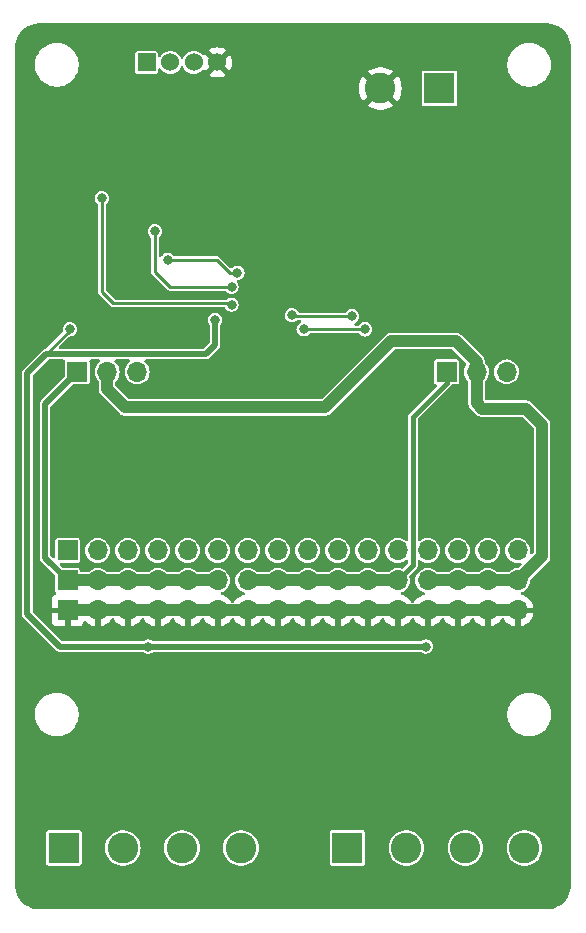
<source format=gbr>
%TF.GenerationSoftware,KiCad,Pcbnew,8.0.1*%
%TF.CreationDate,2024-04-15T16:31:12+02:00*%
%TF.ProjectId,ultimate_motor_board,756c7469-6d61-4746-955f-6d6f746f725f,0.1*%
%TF.SameCoordinates,Original*%
%TF.FileFunction,Copper,L2,Bot*%
%TF.FilePolarity,Positive*%
%FSLAX46Y46*%
G04 Gerber Fmt 4.6, Leading zero omitted, Abs format (unit mm)*
G04 Created by KiCad (PCBNEW 8.0.1) date 2024-04-15 16:31:12*
%MOMM*%
%LPD*%
G01*
G04 APERTURE LIST*
%TA.AperFunction,ComponentPad*%
%ADD10R,1.524000X1.524000*%
%TD*%
%TA.AperFunction,ComponentPad*%
%ADD11C,1.524000*%
%TD*%
%TA.AperFunction,ComponentPad*%
%ADD12R,1.700000X1.700000*%
%TD*%
%TA.AperFunction,ComponentPad*%
%ADD13O,1.700000X1.700000*%
%TD*%
%TA.AperFunction,ComponentPad*%
%ADD14R,2.600000X2.600000*%
%TD*%
%TA.AperFunction,ComponentPad*%
%ADD15C,2.600000*%
%TD*%
%TA.AperFunction,ViaPad*%
%ADD16C,0.800000*%
%TD*%
%TA.AperFunction,Conductor*%
%ADD17C,0.500000*%
%TD*%
%TA.AperFunction,Conductor*%
%ADD18C,0.250000*%
%TD*%
%TA.AperFunction,Conductor*%
%ADD19C,1.000000*%
%TD*%
%TA.AperFunction,Conductor*%
%ADD20C,0.400000*%
%TD*%
G04 APERTURE END LIST*
D10*
%TO.P,J1,1,Pin_1*%
%TO.N,SCL*%
X111100000Y-53300000D03*
D11*
%TO.P,J1,2,Pin_2*%
%TO.N,SDA*%
X113100000Y-53300000D03*
%TO.P,J1,3,Pin_3*%
%TO.N,VCC*%
X115100000Y-53300000D03*
%TO.P,J1,4,Pin_4*%
%TO.N,GND*%
X117100000Y-53300000D03*
%TD*%
D12*
%TO.P,J2,1,Pin_1*%
%TO.N,SERVO1*%
X136500000Y-79500000D03*
D13*
%TO.P,J2,2,Pin_2*%
%TO.N,+12V*%
X139040000Y-79500000D03*
%TO.P,J2,3,Pin_3*%
%TO.N,Vmot1*%
X141580000Y-79500000D03*
%TD*%
D12*
%TO.P,J8,1,Pin_1*%
%TO.N,SERVO*%
X104420000Y-97160000D03*
D13*
%TO.P,J8,2,Pin_2*%
X106960000Y-97160000D03*
%TO.P,J8,3,Pin_3*%
X109500000Y-97160000D03*
%TO.P,J8,4,Pin_4*%
X112040000Y-97160000D03*
%TO.P,J8,5,Pin_5*%
X114580000Y-97160000D03*
%TO.P,J8,6,Pin_6*%
X117120000Y-97160000D03*
%TO.P,J8,7,Pin_7*%
%TO.N,SERVO1*%
X119660000Y-97160000D03*
%TO.P,J8,8,Pin_8*%
X122200000Y-97160000D03*
%TO.P,J8,9,Pin_9*%
X124740000Y-97160000D03*
%TO.P,J8,10,Pin_10*%
X127280000Y-97160000D03*
%TO.P,J8,11,Pin_11*%
X129820000Y-97160000D03*
%TO.P,J8,12,Pin_12*%
X132360000Y-97160000D03*
%TO.P,J8,13,Pin_13*%
%TO.N,+12V*%
X134900000Y-97160000D03*
%TO.P,J8,14,Pin_14*%
X137440000Y-97160000D03*
%TO.P,J8,15,Pin_15*%
X139980000Y-97160000D03*
%TO.P,J8,16,Pin_16*%
X142520000Y-97160000D03*
%TD*%
D14*
%TO.P,J4,1,Pin_1*%
%TO.N,Net-(J4-Pin_1)*%
X135900000Y-55500000D03*
D15*
%TO.P,J4,2,Pin_2*%
%TO.N,GND*%
X130900000Y-55500000D03*
%TD*%
D14*
%TO.P,J6,1,Pin_1*%
%TO.N,M3A*%
X128100000Y-119800000D03*
D15*
%TO.P,J6,2,Pin_2*%
%TO.N,M3B*%
X133100000Y-119800000D03*
%TO.P,J6,3,Pin_3*%
%TO.N,M4A*%
X138100000Y-119800000D03*
%TO.P,J6,4,Pin_4*%
%TO.N,M4B*%
X143100000Y-119800000D03*
%TD*%
D14*
%TO.P,J5,1,Pin_1*%
%TO.N,M1A*%
X104100000Y-119800000D03*
D15*
%TO.P,J5,2,Pin_2*%
%TO.N,M1B*%
X109100000Y-119800000D03*
%TO.P,J5,3,Pin_3*%
%TO.N,M2A*%
X114100000Y-119800000D03*
%TO.P,J5,4,Pin_4*%
%TO.N,M2B*%
X119100000Y-119800000D03*
%TD*%
D12*
%TO.P,J3,1,Pin_1*%
%TO.N,SERVO*%
X105225000Y-79500000D03*
D13*
%TO.P,J3,2,Pin_2*%
%TO.N,+12V*%
X107765000Y-79500000D03*
%TO.P,J3,3,Pin_3*%
%TO.N,Vmot2*%
X110305000Y-79500000D03*
%TD*%
D12*
%TO.P,J9,1,Pin_1*%
%TO.N,GND*%
X104420000Y-99700000D03*
D13*
%TO.P,J9,2,Pin_2*%
X106960000Y-99700000D03*
%TO.P,J9,3,Pin_3*%
X109500000Y-99700000D03*
%TO.P,J9,4,Pin_4*%
X112040000Y-99700000D03*
%TO.P,J9,5,Pin_5*%
X114580000Y-99700000D03*
%TO.P,J9,6,Pin_6*%
X117120000Y-99700000D03*
%TO.P,J9,7,Pin_7*%
X119660000Y-99700000D03*
%TO.P,J9,8,Pin_8*%
X122200000Y-99700000D03*
%TO.P,J9,9,Pin_9*%
X124740000Y-99700000D03*
%TO.P,J9,10,Pin_10*%
X127280000Y-99700000D03*
%TO.P,J9,11,Pin_11*%
X129820000Y-99700000D03*
%TO.P,J9,12,Pin_12*%
X132360000Y-99700000D03*
%TO.P,J9,13,Pin_13*%
X134900000Y-99700000D03*
%TO.P,J9,14,Pin_14*%
X137440000Y-99700000D03*
%TO.P,J9,15,Pin_15*%
X139980000Y-99700000D03*
%TO.P,J9,16,Pin_16*%
X142520000Y-99700000D03*
%TD*%
D12*
%TO.P,J7,1,Pin_1*%
%TO.N,PWM2*%
X104420000Y-94620000D03*
D13*
%TO.P,J7,2,Pin_2*%
%TO.N,PWM3*%
X106960000Y-94620000D03*
%TO.P,J7,3,Pin_3*%
%TO.N,PWM4*%
X109500000Y-94620000D03*
%TO.P,J7,4,Pin_4*%
%TO.N,PWM5*%
X112040000Y-94620000D03*
%TO.P,J7,5,Pin_5*%
%TO.N,PWM6*%
X114580000Y-94620000D03*
%TO.P,J7,6,Pin_6*%
%TO.N,PWM7*%
X117120000Y-94620000D03*
%TO.P,J7,7,Pin_7*%
%TO.N,PWM8*%
X119660000Y-94620000D03*
%TO.P,J7,8,Pin_8*%
%TO.N,PWM9*%
X122200000Y-94620000D03*
%TO.P,J7,9,Pin_9*%
%TO.N,PWM10*%
X124740000Y-94620000D03*
%TO.P,J7,10,Pin_10*%
%TO.N,PWM11*%
X127280000Y-94620000D03*
%TO.P,J7,11,Pin_11*%
%TO.N,PWM12*%
X129820000Y-94620000D03*
%TO.P,J7,12,Pin_12*%
%TO.N,PWM13*%
X132360000Y-94620000D03*
%TO.P,J7,13,Pin_13*%
%TO.N,PWM14*%
X134900000Y-94620000D03*
%TO.P,J7,14,Pin_14*%
%TO.N,PWM15*%
X137440000Y-94620000D03*
%TO.P,J7,15,Pin_15*%
%TO.N,PWM0*%
X139980000Y-94620000D03*
%TO.P,J7,16,Pin_16*%
%TO.N,PWM1*%
X142520000Y-94620000D03*
%TD*%
D16*
%TO.N,VCC*%
X134750000Y-102750000D03*
X116900000Y-75100000D03*
X111250000Y-102750000D03*
X104600000Y-75900000D03*
%TO.N,PWM0*%
X128500000Y-74800000D03*
X123400000Y-74700000D03*
%TO.N,PWM1*%
X124400000Y-75900000D03*
X129600000Y-75900000D03*
%TO.N,GND*%
X117250000Y-84000000D03*
X120300000Y-56500000D03*
X126500000Y-68100000D03*
X104500000Y-84000000D03*
X124750000Y-84000000D03*
X122600000Y-59700000D03*
X112250000Y-84000000D03*
X117100000Y-61000000D03*
X112700000Y-60800000D03*
X142250000Y-84000000D03*
X109500000Y-84000000D03*
X114750000Y-84000000D03*
X139750000Y-84000000D03*
X137250000Y-84000000D03*
X137300000Y-105900000D03*
X117300000Y-55200000D03*
X124800000Y-57400000D03*
X129750000Y-84000000D03*
X134000000Y-105900000D03*
X122600000Y-62000000D03*
X122300000Y-65600000D03*
X132250000Y-84000000D03*
X113800000Y-58700000D03*
X116300000Y-58500000D03*
X119750000Y-84000000D03*
X122250000Y-84000000D03*
X134750000Y-84000000D03*
X127250000Y-84000000D03*
X107000000Y-84000000D03*
X114100000Y-55100000D03*
%TO.N,A2*%
X107300000Y-64800000D03*
X118300000Y-73800000D03*
%TO.N,A1*%
X111800000Y-67600000D03*
X118300000Y-72300000D03*
%TO.N,A0*%
X112900000Y-70000000D03*
X118800000Y-71100000D03*
%TD*%
D17*
%TO.N,VCC*%
X116900000Y-77200000D02*
X116900000Y-75100000D01*
X134750000Y-102750000D02*
X111250000Y-102750000D01*
D18*
X104600000Y-76000000D02*
X102600000Y-78000000D01*
D17*
X102600000Y-78000000D02*
X104000000Y-78000000D01*
X101000000Y-79600000D02*
X102600000Y-78000000D01*
X116100000Y-78000000D02*
X116900000Y-77200000D01*
X103750000Y-102750000D02*
X101000000Y-100000000D01*
X101000000Y-100000000D02*
X101000000Y-79600000D01*
X104000000Y-78000000D02*
X116100000Y-78000000D01*
X111250000Y-102750000D02*
X103750000Y-102750000D01*
D18*
X104600000Y-75900000D02*
X104600000Y-76000000D01*
D19*
%TO.N,+12V*%
X107765000Y-80965000D02*
X107765000Y-79500000D01*
X139500000Y-82600000D02*
X143200000Y-82600000D01*
X143200000Y-82600000D02*
X144600000Y-84000000D01*
X139040000Y-78640000D02*
X137300000Y-76900000D01*
X139040000Y-79500000D02*
X139040000Y-82140000D01*
X131800000Y-76900000D02*
X126200000Y-82500000D01*
X139040000Y-79500000D02*
X139040000Y-78640000D01*
X144600000Y-84000000D02*
X144600000Y-95080000D01*
X109300000Y-82500000D02*
X107765000Y-80965000D01*
X126200000Y-82500000D02*
X109300000Y-82500000D01*
X144600000Y-95080000D02*
X142520000Y-97160000D01*
X134900000Y-97160000D02*
X142520000Y-97160000D01*
X139040000Y-82140000D02*
X139500000Y-82600000D01*
X137300000Y-76900000D02*
X131800000Y-76900000D01*
D18*
%TO.N,PWM0*%
X123500000Y-74800000D02*
X123400000Y-74700000D01*
X128500000Y-74800000D02*
X123500000Y-74800000D01*
%TO.N,PWM1*%
X129600000Y-75900000D02*
X124400000Y-75900000D01*
%TO.N,GND*%
X104500000Y-84000000D02*
X132250000Y-84000000D01*
D19*
X104420000Y-99700000D02*
X142520000Y-99700000D01*
D18*
X134750000Y-84000000D02*
X142250000Y-84000000D01*
D20*
%TO.N,SERVO1*%
X133650000Y-83325000D02*
X133650000Y-95870000D01*
X136500000Y-80475000D02*
X133650000Y-83325000D01*
D19*
X132360000Y-97160000D02*
X119660000Y-97160000D01*
D20*
X136500000Y-79500000D02*
X136500000Y-80475000D01*
X133650000Y-95870000D02*
X132360000Y-97160000D01*
D19*
%TO.N,SERVO*%
X117120000Y-97160000D02*
X104420000Y-97160000D01*
D17*
X102500000Y-82225000D02*
X102500000Y-95240000D01*
X102500000Y-95240000D02*
X104420000Y-97160000D01*
X105225000Y-79500000D02*
X102500000Y-82225000D01*
D18*
%TO.N,A2*%
X107300000Y-72700000D02*
X108300000Y-73700000D01*
X107300000Y-64800000D02*
X107300000Y-72700000D01*
X118200000Y-73700000D02*
X118300000Y-73800000D01*
X108300000Y-73700000D02*
X118200000Y-73700000D01*
%TO.N,A1*%
X111800000Y-67600000D02*
X111800000Y-71000000D01*
X111900000Y-71100000D02*
X113100000Y-72300000D01*
X111800000Y-71000000D02*
X111900000Y-71100000D01*
X113100000Y-72300000D02*
X118300000Y-72300000D01*
%TO.N,A0*%
X112900000Y-70000000D02*
X117025305Y-70000000D01*
X118125305Y-71100000D02*
X118800000Y-71100000D01*
X117025305Y-70000000D02*
X118125305Y-71100000D01*
%TD*%
%TA.AperFunction,Conductor*%
%TO.N,GND*%
G36*
X106494075Y-99507007D02*
G01*
X106460000Y-99634174D01*
X106460000Y-99765826D01*
X106494075Y-99892993D01*
X106526988Y-99950000D01*
X104853012Y-99950000D01*
X104885925Y-99892993D01*
X104920000Y-99765826D01*
X104920000Y-99634174D01*
X104885925Y-99507007D01*
X104853012Y-99450000D01*
X106526988Y-99450000D01*
X106494075Y-99507007D01*
G37*
%TD.AperFunction*%
%TA.AperFunction,Conductor*%
G36*
X109034075Y-99507007D02*
G01*
X109000000Y-99634174D01*
X109000000Y-99765826D01*
X109034075Y-99892993D01*
X109066988Y-99950000D01*
X107393012Y-99950000D01*
X107425925Y-99892993D01*
X107460000Y-99765826D01*
X107460000Y-99634174D01*
X107425925Y-99507007D01*
X107393012Y-99450000D01*
X109066988Y-99450000D01*
X109034075Y-99507007D01*
G37*
%TD.AperFunction*%
%TA.AperFunction,Conductor*%
G36*
X111574075Y-99507007D02*
G01*
X111540000Y-99634174D01*
X111540000Y-99765826D01*
X111574075Y-99892993D01*
X111606988Y-99950000D01*
X109933012Y-99950000D01*
X109965925Y-99892993D01*
X110000000Y-99765826D01*
X110000000Y-99634174D01*
X109965925Y-99507007D01*
X109933012Y-99450000D01*
X111606988Y-99450000D01*
X111574075Y-99507007D01*
G37*
%TD.AperFunction*%
%TA.AperFunction,Conductor*%
G36*
X114114075Y-99507007D02*
G01*
X114080000Y-99634174D01*
X114080000Y-99765826D01*
X114114075Y-99892993D01*
X114146988Y-99950000D01*
X112473012Y-99950000D01*
X112505925Y-99892993D01*
X112540000Y-99765826D01*
X112540000Y-99634174D01*
X112505925Y-99507007D01*
X112473012Y-99450000D01*
X114146988Y-99450000D01*
X114114075Y-99507007D01*
G37*
%TD.AperFunction*%
%TA.AperFunction,Conductor*%
G36*
X116654075Y-99507007D02*
G01*
X116620000Y-99634174D01*
X116620000Y-99765826D01*
X116654075Y-99892993D01*
X116686988Y-99950000D01*
X115013012Y-99950000D01*
X115045925Y-99892993D01*
X115080000Y-99765826D01*
X115080000Y-99634174D01*
X115045925Y-99507007D01*
X115013012Y-99450000D01*
X116686988Y-99450000D01*
X116654075Y-99507007D01*
G37*
%TD.AperFunction*%
%TA.AperFunction,Conductor*%
G36*
X119194075Y-99507007D02*
G01*
X119160000Y-99634174D01*
X119160000Y-99765826D01*
X119194075Y-99892993D01*
X119226988Y-99950000D01*
X117553012Y-99950000D01*
X117585925Y-99892993D01*
X117620000Y-99765826D01*
X117620000Y-99634174D01*
X117585925Y-99507007D01*
X117553012Y-99450000D01*
X119226988Y-99450000D01*
X119194075Y-99507007D01*
G37*
%TD.AperFunction*%
%TA.AperFunction,Conductor*%
G36*
X121734075Y-99507007D02*
G01*
X121700000Y-99634174D01*
X121700000Y-99765826D01*
X121734075Y-99892993D01*
X121766988Y-99950000D01*
X120093012Y-99950000D01*
X120125925Y-99892993D01*
X120160000Y-99765826D01*
X120160000Y-99634174D01*
X120125925Y-99507007D01*
X120093012Y-99450000D01*
X121766988Y-99450000D01*
X121734075Y-99507007D01*
G37*
%TD.AperFunction*%
%TA.AperFunction,Conductor*%
G36*
X124274075Y-99507007D02*
G01*
X124240000Y-99634174D01*
X124240000Y-99765826D01*
X124274075Y-99892993D01*
X124306988Y-99950000D01*
X122633012Y-99950000D01*
X122665925Y-99892993D01*
X122700000Y-99765826D01*
X122700000Y-99634174D01*
X122665925Y-99507007D01*
X122633012Y-99450000D01*
X124306988Y-99450000D01*
X124274075Y-99507007D01*
G37*
%TD.AperFunction*%
%TA.AperFunction,Conductor*%
G36*
X126814075Y-99507007D02*
G01*
X126780000Y-99634174D01*
X126780000Y-99765826D01*
X126814075Y-99892993D01*
X126846988Y-99950000D01*
X125173012Y-99950000D01*
X125205925Y-99892993D01*
X125240000Y-99765826D01*
X125240000Y-99634174D01*
X125205925Y-99507007D01*
X125173012Y-99450000D01*
X126846988Y-99450000D01*
X126814075Y-99507007D01*
G37*
%TD.AperFunction*%
%TA.AperFunction,Conductor*%
G36*
X129354075Y-99507007D02*
G01*
X129320000Y-99634174D01*
X129320000Y-99765826D01*
X129354075Y-99892993D01*
X129386988Y-99950000D01*
X127713012Y-99950000D01*
X127745925Y-99892993D01*
X127780000Y-99765826D01*
X127780000Y-99634174D01*
X127745925Y-99507007D01*
X127713012Y-99450000D01*
X129386988Y-99450000D01*
X129354075Y-99507007D01*
G37*
%TD.AperFunction*%
%TA.AperFunction,Conductor*%
G36*
X131894075Y-99507007D02*
G01*
X131860000Y-99634174D01*
X131860000Y-99765826D01*
X131894075Y-99892993D01*
X131926988Y-99950000D01*
X130253012Y-99950000D01*
X130285925Y-99892993D01*
X130320000Y-99765826D01*
X130320000Y-99634174D01*
X130285925Y-99507007D01*
X130253012Y-99450000D01*
X131926988Y-99450000D01*
X131894075Y-99507007D01*
G37*
%TD.AperFunction*%
%TA.AperFunction,Conductor*%
G36*
X134434075Y-99507007D02*
G01*
X134400000Y-99634174D01*
X134400000Y-99765826D01*
X134434075Y-99892993D01*
X134466988Y-99950000D01*
X132793012Y-99950000D01*
X132825925Y-99892993D01*
X132860000Y-99765826D01*
X132860000Y-99634174D01*
X132825925Y-99507007D01*
X132793012Y-99450000D01*
X134466988Y-99450000D01*
X134434075Y-99507007D01*
G37*
%TD.AperFunction*%
%TA.AperFunction,Conductor*%
G36*
X136974075Y-99507007D02*
G01*
X136940000Y-99634174D01*
X136940000Y-99765826D01*
X136974075Y-99892993D01*
X137006988Y-99950000D01*
X135333012Y-99950000D01*
X135365925Y-99892993D01*
X135400000Y-99765826D01*
X135400000Y-99634174D01*
X135365925Y-99507007D01*
X135333012Y-99450000D01*
X137006988Y-99450000D01*
X136974075Y-99507007D01*
G37*
%TD.AperFunction*%
%TA.AperFunction,Conductor*%
G36*
X139514075Y-99507007D02*
G01*
X139480000Y-99634174D01*
X139480000Y-99765826D01*
X139514075Y-99892993D01*
X139546988Y-99950000D01*
X137873012Y-99950000D01*
X137905925Y-99892993D01*
X137940000Y-99765826D01*
X137940000Y-99634174D01*
X137905925Y-99507007D01*
X137873012Y-99450000D01*
X139546988Y-99450000D01*
X139514075Y-99507007D01*
G37*
%TD.AperFunction*%
%TA.AperFunction,Conductor*%
G36*
X142054075Y-99507007D02*
G01*
X142020000Y-99634174D01*
X142020000Y-99765826D01*
X142054075Y-99892993D01*
X142086988Y-99950000D01*
X140413012Y-99950000D01*
X140445925Y-99892993D01*
X140480000Y-99765826D01*
X140480000Y-99634174D01*
X140445925Y-99507007D01*
X140413012Y-99450000D01*
X142086988Y-99450000D01*
X142054075Y-99507007D01*
G37*
%TD.AperFunction*%
%TA.AperFunction,Conductor*%
G36*
X137025520Y-77620185D02*
G01*
X137046162Y-77636819D01*
X138155226Y-78745883D01*
X138188711Y-78807206D01*
X138183727Y-78876898D01*
X138165595Y-78908410D01*
X138165701Y-78908481D01*
X138164653Y-78910048D01*
X138163402Y-78912224D01*
X138162317Y-78913545D01*
X138064769Y-79096043D01*
X138004699Y-79294067D01*
X137984417Y-79500000D01*
X138004699Y-79705932D01*
X138004700Y-79705934D01*
X138064768Y-79903954D01*
X138162315Y-80086450D01*
X138293590Y-80246410D01*
X138294159Y-80246877D01*
X138294379Y-80247199D01*
X138297893Y-80250713D01*
X138297226Y-80251379D01*
X138333496Y-80304618D01*
X138339500Y-80342734D01*
X138339500Y-82071006D01*
X138339500Y-82208994D01*
X138339500Y-82208996D01*
X138339499Y-82208996D01*
X138366418Y-82344322D01*
X138366421Y-82344332D01*
X138419222Y-82471807D01*
X138495887Y-82586545D01*
X139053454Y-83144112D01*
X139168190Y-83220776D01*
X139266790Y-83261617D01*
X139295671Y-83273580D01*
X139295672Y-83273580D01*
X139295677Y-83273582D01*
X139322545Y-83278925D01*
X139322551Y-83278926D01*
X139322591Y-83278934D01*
X139412937Y-83296905D01*
X139431006Y-83300500D01*
X139431007Y-83300500D01*
X142858481Y-83300500D01*
X142925520Y-83320185D01*
X142946162Y-83336819D01*
X143863181Y-84253838D01*
X143896666Y-84315161D01*
X143899500Y-84341519D01*
X143899500Y-94738480D01*
X143879815Y-94805519D01*
X143863181Y-94826161D01*
X143766691Y-94922651D01*
X143705368Y-94956136D01*
X143635676Y-94951152D01*
X143579743Y-94909280D01*
X143555326Y-94843816D01*
X143555607Y-94822816D01*
X143557311Y-94805519D01*
X143575583Y-94620000D01*
X143555300Y-94414066D01*
X143495232Y-94216046D01*
X143397685Y-94033550D01*
X143345702Y-93970209D01*
X143266410Y-93873589D01*
X143116121Y-93750252D01*
X143106450Y-93742315D01*
X142923954Y-93644768D01*
X142725934Y-93584700D01*
X142725932Y-93584699D01*
X142725934Y-93584699D01*
X142520000Y-93564417D01*
X142314067Y-93584699D01*
X142116043Y-93644769D01*
X142028114Y-93691769D01*
X141933550Y-93742315D01*
X141933548Y-93742316D01*
X141933547Y-93742317D01*
X141773589Y-93873589D01*
X141642317Y-94033547D01*
X141544769Y-94216043D01*
X141484699Y-94414067D01*
X141464417Y-94620000D01*
X141484699Y-94825932D01*
X141490124Y-94843816D01*
X141544768Y-95023954D01*
X141642315Y-95206450D01*
X141642317Y-95206452D01*
X141773589Y-95366410D01*
X141831441Y-95413887D01*
X141933550Y-95497685D01*
X142116046Y-95595232D01*
X142314066Y-95655300D01*
X142314065Y-95655300D01*
X142334348Y-95657297D01*
X142520000Y-95675583D01*
X142722815Y-95655607D01*
X142791461Y-95668626D01*
X142842171Y-95716691D01*
X142858846Y-95784541D01*
X142836190Y-95850636D01*
X142822650Y-95866691D01*
X142620574Y-96068767D01*
X142559251Y-96102252D01*
X142526091Y-96104180D01*
X142526091Y-96104417D01*
X142522028Y-96104417D01*
X142520756Y-96104491D01*
X142520004Y-96104417D01*
X142520001Y-96104417D01*
X142520000Y-96104417D01*
X142499718Y-96106414D01*
X142314067Y-96124699D01*
X142116043Y-96184769D01*
X142028114Y-96231769D01*
X141933550Y-96282315D01*
X141933548Y-96282316D01*
X141933547Y-96282317D01*
X141773591Y-96413588D01*
X141773115Y-96414169D01*
X141772787Y-96414391D01*
X141769287Y-96417893D01*
X141768622Y-96417228D01*
X141715368Y-96453501D01*
X141677265Y-96459500D01*
X140822735Y-96459500D01*
X140755696Y-96439815D01*
X140730880Y-96417725D01*
X140730713Y-96417893D01*
X140727834Y-96415014D01*
X140726885Y-96414169D01*
X140726408Y-96413588D01*
X140576121Y-96290252D01*
X140566450Y-96282315D01*
X140383954Y-96184768D01*
X140185934Y-96124700D01*
X140185932Y-96124699D01*
X140185934Y-96124699D01*
X139980000Y-96104417D01*
X139774067Y-96124699D01*
X139576043Y-96184769D01*
X139488114Y-96231769D01*
X139393550Y-96282315D01*
X139393548Y-96282316D01*
X139393547Y-96282317D01*
X139233591Y-96413588D01*
X139233115Y-96414169D01*
X139232787Y-96414391D01*
X139229287Y-96417893D01*
X139228622Y-96417228D01*
X139175368Y-96453501D01*
X139137265Y-96459500D01*
X138282735Y-96459500D01*
X138215696Y-96439815D01*
X138190880Y-96417725D01*
X138190713Y-96417893D01*
X138187834Y-96415014D01*
X138186885Y-96414169D01*
X138186408Y-96413588D01*
X138036121Y-96290252D01*
X138026450Y-96282315D01*
X137843954Y-96184768D01*
X137645934Y-96124700D01*
X137645932Y-96124699D01*
X137645934Y-96124699D01*
X137440000Y-96104417D01*
X137234067Y-96124699D01*
X137036043Y-96184769D01*
X136948114Y-96231769D01*
X136853550Y-96282315D01*
X136853548Y-96282316D01*
X136853547Y-96282317D01*
X136693591Y-96413588D01*
X136693115Y-96414169D01*
X136692787Y-96414391D01*
X136689287Y-96417893D01*
X136688622Y-96417228D01*
X136635368Y-96453501D01*
X136597265Y-96459500D01*
X135742735Y-96459500D01*
X135675696Y-96439815D01*
X135650880Y-96417725D01*
X135650713Y-96417893D01*
X135647834Y-96415014D01*
X135646885Y-96414169D01*
X135646408Y-96413588D01*
X135496121Y-96290252D01*
X135486450Y-96282315D01*
X135303954Y-96184768D01*
X135105934Y-96124700D01*
X135105932Y-96124699D01*
X135105934Y-96124699D01*
X134900000Y-96104417D01*
X134694067Y-96124699D01*
X134496043Y-96184769D01*
X134408114Y-96231769D01*
X134313550Y-96282315D01*
X134313548Y-96282316D01*
X134313547Y-96282317D01*
X134153589Y-96413589D01*
X134022317Y-96573547D01*
X133924769Y-96756043D01*
X133864699Y-96954067D01*
X133844417Y-97160000D01*
X133864699Y-97365932D01*
X133864700Y-97365934D01*
X133924768Y-97563954D01*
X134022315Y-97746450D01*
X134022317Y-97746452D01*
X134153589Y-97906410D01*
X134250209Y-97985702D01*
X134313550Y-98037685D01*
X134496046Y-98135232D01*
X134562551Y-98155405D01*
X134620989Y-98193702D01*
X134649446Y-98257514D01*
X134638887Y-98326581D01*
X134592663Y-98378975D01*
X134558650Y-98393841D01*
X134436514Y-98426567D01*
X134436507Y-98426570D01*
X134222422Y-98526399D01*
X134222420Y-98526400D01*
X134028926Y-98661886D01*
X134028920Y-98661891D01*
X133861891Y-98828920D01*
X133861890Y-98828922D01*
X133731575Y-99015031D01*
X133676998Y-99058655D01*
X133607499Y-99065848D01*
X133545145Y-99034326D01*
X133528425Y-99015031D01*
X133398109Y-98828922D01*
X133398108Y-98828920D01*
X133231082Y-98661894D01*
X133037578Y-98526399D01*
X132823492Y-98426570D01*
X132823486Y-98426567D01*
X132701349Y-98393841D01*
X132641689Y-98357476D01*
X132611160Y-98294629D01*
X132619455Y-98225253D01*
X132663940Y-98171375D01*
X132697444Y-98155407D01*
X132763954Y-98135232D01*
X132946450Y-98037685D01*
X133106410Y-97906410D01*
X133237685Y-97746450D01*
X133335232Y-97563954D01*
X133395300Y-97365934D01*
X133415583Y-97160000D01*
X133395300Y-96954066D01*
X133355668Y-96823418D01*
X133355045Y-96753553D01*
X133386646Y-96699745D01*
X133970480Y-96115913D01*
X134023206Y-96024588D01*
X134023207Y-96024587D01*
X134050500Y-95922727D01*
X134050500Y-95543982D01*
X134070185Y-95476943D01*
X134122989Y-95431188D01*
X134192147Y-95421244D01*
X134253165Y-95448129D01*
X134313546Y-95497682D01*
X134313550Y-95497685D01*
X134496046Y-95595232D01*
X134694066Y-95655300D01*
X134694065Y-95655300D01*
X134712529Y-95657118D01*
X134900000Y-95675583D01*
X135105934Y-95655300D01*
X135303954Y-95595232D01*
X135486450Y-95497685D01*
X135646410Y-95366410D01*
X135777685Y-95206450D01*
X135875232Y-95023954D01*
X135935300Y-94825934D01*
X135955583Y-94620000D01*
X136384417Y-94620000D01*
X136404699Y-94825932D01*
X136410124Y-94843816D01*
X136464768Y-95023954D01*
X136562315Y-95206450D01*
X136562317Y-95206452D01*
X136693589Y-95366410D01*
X136751441Y-95413887D01*
X136853550Y-95497685D01*
X137036046Y-95595232D01*
X137234066Y-95655300D01*
X137234065Y-95655300D01*
X137252529Y-95657118D01*
X137440000Y-95675583D01*
X137645934Y-95655300D01*
X137843954Y-95595232D01*
X138026450Y-95497685D01*
X138186410Y-95366410D01*
X138317685Y-95206450D01*
X138415232Y-95023954D01*
X138475300Y-94825934D01*
X138495583Y-94620000D01*
X138924417Y-94620000D01*
X138944699Y-94825932D01*
X138950124Y-94843816D01*
X139004768Y-95023954D01*
X139102315Y-95206450D01*
X139102317Y-95206452D01*
X139233589Y-95366410D01*
X139291441Y-95413887D01*
X139393550Y-95497685D01*
X139576046Y-95595232D01*
X139774066Y-95655300D01*
X139774065Y-95655300D01*
X139792529Y-95657118D01*
X139980000Y-95675583D01*
X140185934Y-95655300D01*
X140383954Y-95595232D01*
X140566450Y-95497685D01*
X140726410Y-95366410D01*
X140857685Y-95206450D01*
X140955232Y-95023954D01*
X141015300Y-94825934D01*
X141035583Y-94620000D01*
X141015300Y-94414066D01*
X140955232Y-94216046D01*
X140857685Y-94033550D01*
X140805702Y-93970209D01*
X140726410Y-93873589D01*
X140576121Y-93750252D01*
X140566450Y-93742315D01*
X140383954Y-93644768D01*
X140185934Y-93584700D01*
X140185932Y-93584699D01*
X140185934Y-93584699D01*
X139980000Y-93564417D01*
X139774067Y-93584699D01*
X139576043Y-93644769D01*
X139488114Y-93691769D01*
X139393550Y-93742315D01*
X139393548Y-93742316D01*
X139393547Y-93742317D01*
X139233589Y-93873589D01*
X139102317Y-94033547D01*
X139004769Y-94216043D01*
X138944699Y-94414067D01*
X138924417Y-94620000D01*
X138495583Y-94620000D01*
X138475300Y-94414066D01*
X138415232Y-94216046D01*
X138317685Y-94033550D01*
X138265702Y-93970209D01*
X138186410Y-93873589D01*
X138036121Y-93750252D01*
X138026450Y-93742315D01*
X137843954Y-93644768D01*
X137645934Y-93584700D01*
X137645932Y-93584699D01*
X137645934Y-93584699D01*
X137440000Y-93564417D01*
X137234067Y-93584699D01*
X137036043Y-93644769D01*
X136948114Y-93691769D01*
X136853550Y-93742315D01*
X136853548Y-93742316D01*
X136853547Y-93742317D01*
X136693589Y-93873589D01*
X136562317Y-94033547D01*
X136464769Y-94216043D01*
X136404699Y-94414067D01*
X136384417Y-94620000D01*
X135955583Y-94620000D01*
X135935300Y-94414066D01*
X135875232Y-94216046D01*
X135777685Y-94033550D01*
X135725702Y-93970209D01*
X135646410Y-93873589D01*
X135496121Y-93750252D01*
X135486450Y-93742315D01*
X135303954Y-93644768D01*
X135105934Y-93584700D01*
X135105932Y-93584699D01*
X135105934Y-93584699D01*
X134900000Y-93564417D01*
X134694067Y-93584699D01*
X134496043Y-93644769D01*
X134313546Y-93742317D01*
X134253164Y-93791871D01*
X134188853Y-93819183D01*
X134119986Y-93807391D01*
X134068426Y-93760238D01*
X134050500Y-93696017D01*
X134050500Y-83542253D01*
X134070185Y-83475214D01*
X134086814Y-83454577D01*
X136735703Y-80805687D01*
X136735708Y-80805684D01*
X136745911Y-80795480D01*
X136745913Y-80795480D01*
X136820480Y-80720913D01*
X136873207Y-80629587D01*
X136873209Y-80629576D01*
X136874257Y-80627051D01*
X136875717Y-80625237D01*
X136877271Y-80622548D01*
X136877690Y-80622790D01*
X136918096Y-80572646D01*
X136984390Y-80550579D01*
X136988820Y-80550500D01*
X137369750Y-80550500D01*
X137369751Y-80550499D01*
X137384568Y-80547552D01*
X137428229Y-80538868D01*
X137428229Y-80538867D01*
X137428231Y-80538867D01*
X137494552Y-80494552D01*
X137538867Y-80428231D01*
X137538867Y-80428229D01*
X137538868Y-80428229D01*
X137550499Y-80369752D01*
X137550500Y-80369750D01*
X137550500Y-78630249D01*
X137550499Y-78630247D01*
X137538868Y-78571770D01*
X137538867Y-78571769D01*
X137494552Y-78505447D01*
X137428230Y-78461132D01*
X137428229Y-78461131D01*
X137369752Y-78449500D01*
X137369748Y-78449500D01*
X135630252Y-78449500D01*
X135630247Y-78449500D01*
X135571770Y-78461131D01*
X135571769Y-78461132D01*
X135505447Y-78505447D01*
X135461132Y-78571769D01*
X135461131Y-78571770D01*
X135449500Y-78630247D01*
X135449500Y-80369752D01*
X135461131Y-80428229D01*
X135461132Y-80428230D01*
X135505447Y-80494552D01*
X135549762Y-80524162D01*
X135571769Y-80538867D01*
X135592772Y-80543044D01*
X135654683Y-80575427D01*
X135689259Y-80636142D01*
X135685521Y-80705912D01*
X135656264Y-80752343D01*
X133329522Y-83079084D01*
X133329518Y-83079090D01*
X133276792Y-83170412D01*
X133276793Y-83170413D01*
X133249500Y-83272273D01*
X133249500Y-93728844D01*
X133229815Y-93795883D01*
X133177011Y-93841638D01*
X133107853Y-93851582D01*
X133046836Y-93824698D01*
X132946453Y-93742317D01*
X132946451Y-93742316D01*
X132946450Y-93742315D01*
X132763954Y-93644768D01*
X132565934Y-93584700D01*
X132565932Y-93584699D01*
X132565934Y-93584699D01*
X132360000Y-93564417D01*
X132154067Y-93584699D01*
X131956043Y-93644769D01*
X131868114Y-93691769D01*
X131773550Y-93742315D01*
X131773548Y-93742316D01*
X131773547Y-93742317D01*
X131613589Y-93873589D01*
X131482317Y-94033547D01*
X131384769Y-94216043D01*
X131324699Y-94414067D01*
X131304417Y-94620000D01*
X131324699Y-94825932D01*
X131330124Y-94843816D01*
X131384768Y-95023954D01*
X131482315Y-95206450D01*
X131482317Y-95206452D01*
X131613589Y-95366410D01*
X131671441Y-95413887D01*
X131773550Y-95497685D01*
X131956046Y-95595232D01*
X132154066Y-95655300D01*
X132154065Y-95655300D01*
X132172529Y-95657118D01*
X132360000Y-95675583D01*
X132565934Y-95655300D01*
X132763954Y-95595232D01*
X132946450Y-95497685D01*
X133008292Y-95446933D01*
X133046835Y-95415302D01*
X133111145Y-95387989D01*
X133180013Y-95399780D01*
X133231573Y-95446933D01*
X133249500Y-95511155D01*
X133249500Y-95652744D01*
X133229815Y-95719783D01*
X133213181Y-95740425D01*
X132820255Y-96133350D01*
X132758932Y-96166835D01*
X132696579Y-96164330D01*
X132624961Y-96142605D01*
X132565934Y-96124700D01*
X132565932Y-96124699D01*
X132565934Y-96124699D01*
X132360000Y-96104417D01*
X132154067Y-96124699D01*
X131956043Y-96184769D01*
X131868114Y-96231769D01*
X131773550Y-96282315D01*
X131773548Y-96282316D01*
X131773547Y-96282317D01*
X131613591Y-96413588D01*
X131613115Y-96414169D01*
X131612787Y-96414391D01*
X131609287Y-96417893D01*
X131608622Y-96417228D01*
X131555368Y-96453501D01*
X131517265Y-96459500D01*
X130662735Y-96459500D01*
X130595696Y-96439815D01*
X130570880Y-96417725D01*
X130570713Y-96417893D01*
X130567834Y-96415014D01*
X130566885Y-96414169D01*
X130566408Y-96413588D01*
X130416121Y-96290252D01*
X130406450Y-96282315D01*
X130223954Y-96184768D01*
X130025934Y-96124700D01*
X130025932Y-96124699D01*
X130025934Y-96124699D01*
X129820000Y-96104417D01*
X129614067Y-96124699D01*
X129416043Y-96184769D01*
X129328114Y-96231769D01*
X129233550Y-96282315D01*
X129233548Y-96282316D01*
X129233547Y-96282317D01*
X129073591Y-96413588D01*
X129073115Y-96414169D01*
X129072787Y-96414391D01*
X129069287Y-96417893D01*
X129068622Y-96417228D01*
X129015368Y-96453501D01*
X128977265Y-96459500D01*
X128122735Y-96459500D01*
X128055696Y-96439815D01*
X128030880Y-96417725D01*
X128030713Y-96417893D01*
X128027834Y-96415014D01*
X128026885Y-96414169D01*
X128026408Y-96413588D01*
X127876121Y-96290252D01*
X127866450Y-96282315D01*
X127683954Y-96184768D01*
X127485934Y-96124700D01*
X127485932Y-96124699D01*
X127485934Y-96124699D01*
X127280000Y-96104417D01*
X127074067Y-96124699D01*
X126876043Y-96184769D01*
X126788114Y-96231769D01*
X126693550Y-96282315D01*
X126693548Y-96282316D01*
X126693547Y-96282317D01*
X126533591Y-96413588D01*
X126533115Y-96414169D01*
X126532787Y-96414391D01*
X126529287Y-96417893D01*
X126528622Y-96417228D01*
X126475368Y-96453501D01*
X126437265Y-96459500D01*
X125582735Y-96459500D01*
X125515696Y-96439815D01*
X125490880Y-96417725D01*
X125490713Y-96417893D01*
X125487834Y-96415014D01*
X125486885Y-96414169D01*
X125486408Y-96413588D01*
X125336121Y-96290252D01*
X125326450Y-96282315D01*
X125143954Y-96184768D01*
X124945934Y-96124700D01*
X124945932Y-96124699D01*
X124945934Y-96124699D01*
X124740000Y-96104417D01*
X124534067Y-96124699D01*
X124336043Y-96184769D01*
X124248114Y-96231769D01*
X124153550Y-96282315D01*
X124153548Y-96282316D01*
X124153547Y-96282317D01*
X123993591Y-96413588D01*
X123993115Y-96414169D01*
X123992787Y-96414391D01*
X123989287Y-96417893D01*
X123988622Y-96417228D01*
X123935368Y-96453501D01*
X123897265Y-96459500D01*
X123042735Y-96459500D01*
X122975696Y-96439815D01*
X122950880Y-96417725D01*
X122950713Y-96417893D01*
X122947834Y-96415014D01*
X122946885Y-96414169D01*
X122946408Y-96413588D01*
X122796121Y-96290252D01*
X122786450Y-96282315D01*
X122603954Y-96184768D01*
X122405934Y-96124700D01*
X122405932Y-96124699D01*
X122405934Y-96124699D01*
X122200000Y-96104417D01*
X121994067Y-96124699D01*
X121796043Y-96184769D01*
X121708114Y-96231769D01*
X121613550Y-96282315D01*
X121613548Y-96282316D01*
X121613547Y-96282317D01*
X121453591Y-96413588D01*
X121453115Y-96414169D01*
X121452787Y-96414391D01*
X121449287Y-96417893D01*
X121448622Y-96417228D01*
X121395368Y-96453501D01*
X121357265Y-96459500D01*
X120502735Y-96459500D01*
X120435696Y-96439815D01*
X120410880Y-96417725D01*
X120410713Y-96417893D01*
X120407834Y-96415014D01*
X120406885Y-96414169D01*
X120406408Y-96413588D01*
X120256121Y-96290252D01*
X120246450Y-96282315D01*
X120063954Y-96184768D01*
X119865934Y-96124700D01*
X119865932Y-96124699D01*
X119865934Y-96124699D01*
X119660000Y-96104417D01*
X119454067Y-96124699D01*
X119256043Y-96184769D01*
X119168114Y-96231769D01*
X119073550Y-96282315D01*
X119073548Y-96282316D01*
X119073547Y-96282317D01*
X118913589Y-96413589D01*
X118782317Y-96573547D01*
X118684769Y-96756043D01*
X118624699Y-96954067D01*
X118604417Y-97160000D01*
X118624699Y-97365932D01*
X118624700Y-97365934D01*
X118684768Y-97563954D01*
X118782315Y-97746450D01*
X118782317Y-97746452D01*
X118913589Y-97906410D01*
X119010209Y-97985702D01*
X119073550Y-98037685D01*
X119256046Y-98135232D01*
X119322551Y-98155405D01*
X119380989Y-98193702D01*
X119409446Y-98257514D01*
X119398887Y-98326581D01*
X119352663Y-98378975D01*
X119318650Y-98393841D01*
X119196514Y-98426567D01*
X119196507Y-98426570D01*
X118982422Y-98526399D01*
X118982420Y-98526400D01*
X118788926Y-98661886D01*
X118788920Y-98661891D01*
X118621891Y-98828920D01*
X118621890Y-98828922D01*
X118491575Y-99015031D01*
X118436998Y-99058655D01*
X118367499Y-99065848D01*
X118305145Y-99034326D01*
X118288425Y-99015031D01*
X118158109Y-98828922D01*
X118158108Y-98828920D01*
X117991082Y-98661894D01*
X117797578Y-98526399D01*
X117583492Y-98426570D01*
X117583486Y-98426567D01*
X117461349Y-98393841D01*
X117401689Y-98357476D01*
X117371160Y-98294629D01*
X117379455Y-98225253D01*
X117423940Y-98171375D01*
X117457444Y-98155407D01*
X117523954Y-98135232D01*
X117706450Y-98037685D01*
X117866410Y-97906410D01*
X117997685Y-97746450D01*
X118095232Y-97563954D01*
X118155300Y-97365934D01*
X118175583Y-97160000D01*
X118155300Y-96954066D01*
X118095232Y-96756046D01*
X117997685Y-96573550D01*
X117945702Y-96510209D01*
X117866410Y-96413589D01*
X117716121Y-96290252D01*
X117706450Y-96282315D01*
X117523954Y-96184768D01*
X117325934Y-96124700D01*
X117325932Y-96124699D01*
X117325934Y-96124699D01*
X117120000Y-96104417D01*
X116914067Y-96124699D01*
X116716043Y-96184769D01*
X116628114Y-96231769D01*
X116533550Y-96282315D01*
X116533548Y-96282316D01*
X116533547Y-96282317D01*
X116373591Y-96413588D01*
X116373115Y-96414169D01*
X116372787Y-96414391D01*
X116369287Y-96417893D01*
X116368622Y-96417228D01*
X116315368Y-96453501D01*
X116277265Y-96459500D01*
X115422735Y-96459500D01*
X115355696Y-96439815D01*
X115330880Y-96417725D01*
X115330713Y-96417893D01*
X115327834Y-96415014D01*
X115326885Y-96414169D01*
X115326408Y-96413588D01*
X115176121Y-96290252D01*
X115166450Y-96282315D01*
X114983954Y-96184768D01*
X114785934Y-96124700D01*
X114785932Y-96124699D01*
X114785934Y-96124699D01*
X114580000Y-96104417D01*
X114374067Y-96124699D01*
X114176043Y-96184769D01*
X114088114Y-96231769D01*
X113993550Y-96282315D01*
X113993548Y-96282316D01*
X113993547Y-96282317D01*
X113833591Y-96413588D01*
X113833115Y-96414169D01*
X113832787Y-96414391D01*
X113829287Y-96417893D01*
X113828622Y-96417228D01*
X113775368Y-96453501D01*
X113737265Y-96459500D01*
X112882735Y-96459500D01*
X112815696Y-96439815D01*
X112790880Y-96417725D01*
X112790713Y-96417893D01*
X112787834Y-96415014D01*
X112786885Y-96414169D01*
X112786408Y-96413588D01*
X112636121Y-96290252D01*
X112626450Y-96282315D01*
X112443954Y-96184768D01*
X112245934Y-96124700D01*
X112245932Y-96124699D01*
X112245934Y-96124699D01*
X112040000Y-96104417D01*
X111834067Y-96124699D01*
X111636043Y-96184769D01*
X111548114Y-96231769D01*
X111453550Y-96282315D01*
X111453548Y-96282316D01*
X111453547Y-96282317D01*
X111293591Y-96413588D01*
X111293115Y-96414169D01*
X111292787Y-96414391D01*
X111289287Y-96417893D01*
X111288622Y-96417228D01*
X111235368Y-96453501D01*
X111197265Y-96459500D01*
X110342735Y-96459500D01*
X110275696Y-96439815D01*
X110250880Y-96417725D01*
X110250713Y-96417893D01*
X110247834Y-96415014D01*
X110246885Y-96414169D01*
X110246408Y-96413588D01*
X110096121Y-96290252D01*
X110086450Y-96282315D01*
X109903954Y-96184768D01*
X109705934Y-96124700D01*
X109705932Y-96124699D01*
X109705934Y-96124699D01*
X109500000Y-96104417D01*
X109294067Y-96124699D01*
X109096043Y-96184769D01*
X109008114Y-96231769D01*
X108913550Y-96282315D01*
X108913548Y-96282316D01*
X108913547Y-96282317D01*
X108753591Y-96413588D01*
X108753115Y-96414169D01*
X108752787Y-96414391D01*
X108749287Y-96417893D01*
X108748622Y-96417228D01*
X108695368Y-96453501D01*
X108657265Y-96459500D01*
X107802735Y-96459500D01*
X107735696Y-96439815D01*
X107710880Y-96417725D01*
X107710713Y-96417893D01*
X107707834Y-96415014D01*
X107706885Y-96414169D01*
X107706408Y-96413588D01*
X107556121Y-96290252D01*
X107546450Y-96282315D01*
X107363954Y-96184768D01*
X107165934Y-96124700D01*
X107165932Y-96124699D01*
X107165934Y-96124699D01*
X106960000Y-96104417D01*
X106754067Y-96124699D01*
X106556043Y-96184769D01*
X106468114Y-96231769D01*
X106373550Y-96282315D01*
X106373548Y-96282316D01*
X106373547Y-96282317D01*
X106213591Y-96413588D01*
X106213115Y-96414169D01*
X106212787Y-96414391D01*
X106209287Y-96417893D01*
X106208622Y-96417228D01*
X106155368Y-96453501D01*
X106117265Y-96459500D01*
X105594500Y-96459500D01*
X105527461Y-96439815D01*
X105481706Y-96387011D01*
X105470500Y-96335500D01*
X105470500Y-96290249D01*
X105470499Y-96290247D01*
X105458868Y-96231770D01*
X105458867Y-96231769D01*
X105414552Y-96165447D01*
X105348230Y-96121132D01*
X105348229Y-96121131D01*
X105289752Y-96109500D01*
X105289748Y-96109500D01*
X104057965Y-96109500D01*
X103990926Y-96089815D01*
X103970284Y-96073181D01*
X103779284Y-95882181D01*
X103745799Y-95820858D01*
X103750783Y-95751166D01*
X103792655Y-95695233D01*
X103858119Y-95670816D01*
X103866965Y-95670500D01*
X105289750Y-95670500D01*
X105289751Y-95670499D01*
X105304568Y-95667552D01*
X105348229Y-95658868D01*
X105348229Y-95658867D01*
X105348231Y-95658867D01*
X105414552Y-95614552D01*
X105458867Y-95548231D01*
X105458867Y-95548229D01*
X105458868Y-95548229D01*
X105470499Y-95489752D01*
X105470500Y-95489750D01*
X105470500Y-94620000D01*
X105904417Y-94620000D01*
X105924699Y-94825932D01*
X105930124Y-94843816D01*
X105984768Y-95023954D01*
X106082315Y-95206450D01*
X106082317Y-95206452D01*
X106213589Y-95366410D01*
X106271441Y-95413887D01*
X106373550Y-95497685D01*
X106556046Y-95595232D01*
X106754066Y-95655300D01*
X106754065Y-95655300D01*
X106772529Y-95657118D01*
X106960000Y-95675583D01*
X107165934Y-95655300D01*
X107363954Y-95595232D01*
X107546450Y-95497685D01*
X107706410Y-95366410D01*
X107837685Y-95206450D01*
X107935232Y-95023954D01*
X107995300Y-94825934D01*
X108015583Y-94620000D01*
X108444417Y-94620000D01*
X108464699Y-94825932D01*
X108470124Y-94843816D01*
X108524768Y-95023954D01*
X108622315Y-95206450D01*
X108622317Y-95206452D01*
X108753589Y-95366410D01*
X108811441Y-95413887D01*
X108913550Y-95497685D01*
X109096046Y-95595232D01*
X109294066Y-95655300D01*
X109294065Y-95655300D01*
X109312529Y-95657118D01*
X109500000Y-95675583D01*
X109705934Y-95655300D01*
X109903954Y-95595232D01*
X110086450Y-95497685D01*
X110246410Y-95366410D01*
X110377685Y-95206450D01*
X110475232Y-95023954D01*
X110535300Y-94825934D01*
X110555583Y-94620000D01*
X110984417Y-94620000D01*
X111004699Y-94825932D01*
X111010124Y-94843816D01*
X111064768Y-95023954D01*
X111162315Y-95206450D01*
X111162317Y-95206452D01*
X111293589Y-95366410D01*
X111351441Y-95413887D01*
X111453550Y-95497685D01*
X111636046Y-95595232D01*
X111834066Y-95655300D01*
X111834065Y-95655300D01*
X111852529Y-95657118D01*
X112040000Y-95675583D01*
X112245934Y-95655300D01*
X112443954Y-95595232D01*
X112626450Y-95497685D01*
X112786410Y-95366410D01*
X112917685Y-95206450D01*
X113015232Y-95023954D01*
X113075300Y-94825934D01*
X113095583Y-94620000D01*
X113524417Y-94620000D01*
X113544699Y-94825932D01*
X113550124Y-94843816D01*
X113604768Y-95023954D01*
X113702315Y-95206450D01*
X113702317Y-95206452D01*
X113833589Y-95366410D01*
X113891441Y-95413887D01*
X113993550Y-95497685D01*
X114176046Y-95595232D01*
X114374066Y-95655300D01*
X114374065Y-95655300D01*
X114392529Y-95657118D01*
X114580000Y-95675583D01*
X114785934Y-95655300D01*
X114983954Y-95595232D01*
X115166450Y-95497685D01*
X115326410Y-95366410D01*
X115457685Y-95206450D01*
X115555232Y-95023954D01*
X115615300Y-94825934D01*
X115635583Y-94620000D01*
X116064417Y-94620000D01*
X116084699Y-94825932D01*
X116090124Y-94843816D01*
X116144768Y-95023954D01*
X116242315Y-95206450D01*
X116242317Y-95206452D01*
X116373589Y-95366410D01*
X116431441Y-95413887D01*
X116533550Y-95497685D01*
X116716046Y-95595232D01*
X116914066Y-95655300D01*
X116914065Y-95655300D01*
X116932529Y-95657118D01*
X117120000Y-95675583D01*
X117325934Y-95655300D01*
X117523954Y-95595232D01*
X117706450Y-95497685D01*
X117866410Y-95366410D01*
X117997685Y-95206450D01*
X118095232Y-95023954D01*
X118155300Y-94825934D01*
X118175583Y-94620000D01*
X118604417Y-94620000D01*
X118624699Y-94825932D01*
X118630124Y-94843816D01*
X118684768Y-95023954D01*
X118782315Y-95206450D01*
X118782317Y-95206452D01*
X118913589Y-95366410D01*
X118971441Y-95413887D01*
X119073550Y-95497685D01*
X119256046Y-95595232D01*
X119454066Y-95655300D01*
X119454065Y-95655300D01*
X119472529Y-95657118D01*
X119660000Y-95675583D01*
X119865934Y-95655300D01*
X120063954Y-95595232D01*
X120246450Y-95497685D01*
X120406410Y-95366410D01*
X120537685Y-95206450D01*
X120635232Y-95023954D01*
X120695300Y-94825934D01*
X120715583Y-94620000D01*
X121144417Y-94620000D01*
X121164699Y-94825932D01*
X121170124Y-94843816D01*
X121224768Y-95023954D01*
X121322315Y-95206450D01*
X121322317Y-95206452D01*
X121453589Y-95366410D01*
X121511441Y-95413887D01*
X121613550Y-95497685D01*
X121796046Y-95595232D01*
X121994066Y-95655300D01*
X121994065Y-95655300D01*
X122012529Y-95657118D01*
X122200000Y-95675583D01*
X122405934Y-95655300D01*
X122603954Y-95595232D01*
X122786450Y-95497685D01*
X122946410Y-95366410D01*
X123077685Y-95206450D01*
X123175232Y-95023954D01*
X123235300Y-94825934D01*
X123255583Y-94620000D01*
X123684417Y-94620000D01*
X123704699Y-94825932D01*
X123710124Y-94843816D01*
X123764768Y-95023954D01*
X123862315Y-95206450D01*
X123862317Y-95206452D01*
X123993589Y-95366410D01*
X124051441Y-95413887D01*
X124153550Y-95497685D01*
X124336046Y-95595232D01*
X124534066Y-95655300D01*
X124534065Y-95655300D01*
X124552529Y-95657118D01*
X124740000Y-95675583D01*
X124945934Y-95655300D01*
X125143954Y-95595232D01*
X125326450Y-95497685D01*
X125486410Y-95366410D01*
X125617685Y-95206450D01*
X125715232Y-95023954D01*
X125775300Y-94825934D01*
X125795583Y-94620000D01*
X126224417Y-94620000D01*
X126244699Y-94825932D01*
X126250124Y-94843816D01*
X126304768Y-95023954D01*
X126402315Y-95206450D01*
X126402317Y-95206452D01*
X126533589Y-95366410D01*
X126591441Y-95413887D01*
X126693550Y-95497685D01*
X126876046Y-95595232D01*
X127074066Y-95655300D01*
X127074065Y-95655300D01*
X127092529Y-95657118D01*
X127280000Y-95675583D01*
X127485934Y-95655300D01*
X127683954Y-95595232D01*
X127866450Y-95497685D01*
X128026410Y-95366410D01*
X128157685Y-95206450D01*
X128255232Y-95023954D01*
X128315300Y-94825934D01*
X128335583Y-94620000D01*
X128764417Y-94620000D01*
X128784699Y-94825932D01*
X128790124Y-94843816D01*
X128844768Y-95023954D01*
X128942315Y-95206450D01*
X128942317Y-95206452D01*
X129073589Y-95366410D01*
X129131441Y-95413887D01*
X129233550Y-95497685D01*
X129416046Y-95595232D01*
X129614066Y-95655300D01*
X129614065Y-95655300D01*
X129632529Y-95657118D01*
X129820000Y-95675583D01*
X130025934Y-95655300D01*
X130223954Y-95595232D01*
X130406450Y-95497685D01*
X130566410Y-95366410D01*
X130697685Y-95206450D01*
X130795232Y-95023954D01*
X130855300Y-94825934D01*
X130875583Y-94620000D01*
X130855300Y-94414066D01*
X130795232Y-94216046D01*
X130697685Y-94033550D01*
X130645702Y-93970209D01*
X130566410Y-93873589D01*
X130416121Y-93750252D01*
X130406450Y-93742315D01*
X130223954Y-93644768D01*
X130025934Y-93584700D01*
X130025932Y-93584699D01*
X130025934Y-93584699D01*
X129820000Y-93564417D01*
X129614067Y-93584699D01*
X129416043Y-93644769D01*
X129328114Y-93691769D01*
X129233550Y-93742315D01*
X129233548Y-93742316D01*
X129233547Y-93742317D01*
X129073589Y-93873589D01*
X128942317Y-94033547D01*
X128844769Y-94216043D01*
X128784699Y-94414067D01*
X128764417Y-94620000D01*
X128335583Y-94620000D01*
X128315300Y-94414066D01*
X128255232Y-94216046D01*
X128157685Y-94033550D01*
X128105702Y-93970209D01*
X128026410Y-93873589D01*
X127876121Y-93750252D01*
X127866450Y-93742315D01*
X127683954Y-93644768D01*
X127485934Y-93584700D01*
X127485932Y-93584699D01*
X127485934Y-93584699D01*
X127280000Y-93564417D01*
X127074067Y-93584699D01*
X126876043Y-93644769D01*
X126788114Y-93691769D01*
X126693550Y-93742315D01*
X126693548Y-93742316D01*
X126693547Y-93742317D01*
X126533589Y-93873589D01*
X126402317Y-94033547D01*
X126304769Y-94216043D01*
X126244699Y-94414067D01*
X126224417Y-94620000D01*
X125795583Y-94620000D01*
X125775300Y-94414066D01*
X125715232Y-94216046D01*
X125617685Y-94033550D01*
X125565702Y-93970209D01*
X125486410Y-93873589D01*
X125336121Y-93750252D01*
X125326450Y-93742315D01*
X125143954Y-93644768D01*
X124945934Y-93584700D01*
X124945932Y-93584699D01*
X124945934Y-93584699D01*
X124740000Y-93564417D01*
X124534067Y-93584699D01*
X124336043Y-93644769D01*
X124248114Y-93691769D01*
X124153550Y-93742315D01*
X124153548Y-93742316D01*
X124153547Y-93742317D01*
X123993589Y-93873589D01*
X123862317Y-94033547D01*
X123764769Y-94216043D01*
X123704699Y-94414067D01*
X123684417Y-94620000D01*
X123255583Y-94620000D01*
X123235300Y-94414066D01*
X123175232Y-94216046D01*
X123077685Y-94033550D01*
X123025702Y-93970209D01*
X122946410Y-93873589D01*
X122796121Y-93750252D01*
X122786450Y-93742315D01*
X122603954Y-93644768D01*
X122405934Y-93584700D01*
X122405932Y-93584699D01*
X122405934Y-93584699D01*
X122200000Y-93564417D01*
X121994067Y-93584699D01*
X121796043Y-93644769D01*
X121708114Y-93691769D01*
X121613550Y-93742315D01*
X121613548Y-93742316D01*
X121613547Y-93742317D01*
X121453589Y-93873589D01*
X121322317Y-94033547D01*
X121224769Y-94216043D01*
X121164699Y-94414067D01*
X121144417Y-94620000D01*
X120715583Y-94620000D01*
X120695300Y-94414066D01*
X120635232Y-94216046D01*
X120537685Y-94033550D01*
X120485702Y-93970209D01*
X120406410Y-93873589D01*
X120256121Y-93750252D01*
X120246450Y-93742315D01*
X120063954Y-93644768D01*
X119865934Y-93584700D01*
X119865932Y-93584699D01*
X119865934Y-93584699D01*
X119660000Y-93564417D01*
X119454067Y-93584699D01*
X119256043Y-93644769D01*
X119168114Y-93691769D01*
X119073550Y-93742315D01*
X119073548Y-93742316D01*
X119073547Y-93742317D01*
X118913589Y-93873589D01*
X118782317Y-94033547D01*
X118684769Y-94216043D01*
X118624699Y-94414067D01*
X118604417Y-94620000D01*
X118175583Y-94620000D01*
X118155300Y-94414066D01*
X118095232Y-94216046D01*
X117997685Y-94033550D01*
X117945702Y-93970209D01*
X117866410Y-93873589D01*
X117716121Y-93750252D01*
X117706450Y-93742315D01*
X117523954Y-93644768D01*
X117325934Y-93584700D01*
X117325932Y-93584699D01*
X117325934Y-93584699D01*
X117120000Y-93564417D01*
X116914067Y-93584699D01*
X116716043Y-93644769D01*
X116628114Y-93691769D01*
X116533550Y-93742315D01*
X116533548Y-93742316D01*
X116533547Y-93742317D01*
X116373589Y-93873589D01*
X116242317Y-94033547D01*
X116144769Y-94216043D01*
X116084699Y-94414067D01*
X116064417Y-94620000D01*
X115635583Y-94620000D01*
X115615300Y-94414066D01*
X115555232Y-94216046D01*
X115457685Y-94033550D01*
X115405702Y-93970209D01*
X115326410Y-93873589D01*
X115176121Y-93750252D01*
X115166450Y-93742315D01*
X114983954Y-93644768D01*
X114785934Y-93584700D01*
X114785932Y-93584699D01*
X114785934Y-93584699D01*
X114580000Y-93564417D01*
X114374067Y-93584699D01*
X114176043Y-93644769D01*
X114088114Y-93691769D01*
X113993550Y-93742315D01*
X113993548Y-93742316D01*
X113993547Y-93742317D01*
X113833589Y-93873589D01*
X113702317Y-94033547D01*
X113604769Y-94216043D01*
X113544699Y-94414067D01*
X113524417Y-94620000D01*
X113095583Y-94620000D01*
X113075300Y-94414066D01*
X113015232Y-94216046D01*
X112917685Y-94033550D01*
X112865702Y-93970209D01*
X112786410Y-93873589D01*
X112636121Y-93750252D01*
X112626450Y-93742315D01*
X112443954Y-93644768D01*
X112245934Y-93584700D01*
X112245932Y-93584699D01*
X112245934Y-93584699D01*
X112040000Y-93564417D01*
X111834067Y-93584699D01*
X111636043Y-93644769D01*
X111548114Y-93691769D01*
X111453550Y-93742315D01*
X111453548Y-93742316D01*
X111453547Y-93742317D01*
X111293589Y-93873589D01*
X111162317Y-94033547D01*
X111064769Y-94216043D01*
X111004699Y-94414067D01*
X110984417Y-94620000D01*
X110555583Y-94620000D01*
X110535300Y-94414066D01*
X110475232Y-94216046D01*
X110377685Y-94033550D01*
X110325702Y-93970209D01*
X110246410Y-93873589D01*
X110096121Y-93750252D01*
X110086450Y-93742315D01*
X109903954Y-93644768D01*
X109705934Y-93584700D01*
X109705932Y-93584699D01*
X109705934Y-93584699D01*
X109500000Y-93564417D01*
X109294067Y-93584699D01*
X109096043Y-93644769D01*
X109008114Y-93691769D01*
X108913550Y-93742315D01*
X108913548Y-93742316D01*
X108913547Y-93742317D01*
X108753589Y-93873589D01*
X108622317Y-94033547D01*
X108524769Y-94216043D01*
X108464699Y-94414067D01*
X108444417Y-94620000D01*
X108015583Y-94620000D01*
X107995300Y-94414066D01*
X107935232Y-94216046D01*
X107837685Y-94033550D01*
X107785702Y-93970209D01*
X107706410Y-93873589D01*
X107556121Y-93750252D01*
X107546450Y-93742315D01*
X107363954Y-93644768D01*
X107165934Y-93584700D01*
X107165932Y-93584699D01*
X107165934Y-93584699D01*
X106960000Y-93564417D01*
X106754067Y-93584699D01*
X106556043Y-93644769D01*
X106468114Y-93691769D01*
X106373550Y-93742315D01*
X106373548Y-93742316D01*
X106373547Y-93742317D01*
X106213589Y-93873589D01*
X106082317Y-94033547D01*
X105984769Y-94216043D01*
X105924699Y-94414067D01*
X105904417Y-94620000D01*
X105470500Y-94620000D01*
X105470500Y-93750249D01*
X105470499Y-93750247D01*
X105458868Y-93691770D01*
X105458867Y-93691769D01*
X105414552Y-93625447D01*
X105348230Y-93581132D01*
X105348229Y-93581131D01*
X105289752Y-93569500D01*
X105289748Y-93569500D01*
X103550252Y-93569500D01*
X103550247Y-93569500D01*
X103491770Y-93581131D01*
X103491769Y-93581132D01*
X103425447Y-93625447D01*
X103381132Y-93691769D01*
X103381131Y-93691770D01*
X103369500Y-93750247D01*
X103369500Y-95173035D01*
X103349815Y-95240074D01*
X103297011Y-95285829D01*
X103227853Y-95295773D01*
X103164297Y-95266748D01*
X103157819Y-95260716D01*
X102986819Y-95089716D01*
X102953334Y-95028393D01*
X102950500Y-95002035D01*
X102950500Y-82462965D01*
X102970185Y-82395926D01*
X102986819Y-82375284D01*
X104775284Y-80586819D01*
X104836607Y-80553334D01*
X104862965Y-80550500D01*
X106094750Y-80550500D01*
X106094751Y-80550499D01*
X106109568Y-80547552D01*
X106153229Y-80538868D01*
X106153229Y-80538867D01*
X106153231Y-80538867D01*
X106219552Y-80494552D01*
X106263867Y-80428231D01*
X106263867Y-80428229D01*
X106263868Y-80428229D01*
X106275499Y-80369752D01*
X106275500Y-80369750D01*
X106275500Y-78630249D01*
X106275499Y-78630247D01*
X106269223Y-78598691D01*
X106275450Y-78529099D01*
X106318314Y-78473922D01*
X106384204Y-78450678D01*
X106390840Y-78450500D01*
X107041350Y-78450500D01*
X107108389Y-78470185D01*
X107154144Y-78522989D01*
X107164088Y-78592147D01*
X107135063Y-78655703D01*
X107120014Y-78670354D01*
X107018589Y-78753589D01*
X106887317Y-78913547D01*
X106789769Y-79096043D01*
X106729699Y-79294067D01*
X106709417Y-79500000D01*
X106729699Y-79705932D01*
X106729700Y-79705934D01*
X106789768Y-79903954D01*
X106887315Y-80086450D01*
X107018590Y-80246410D01*
X107019159Y-80246877D01*
X107019379Y-80247199D01*
X107022893Y-80250713D01*
X107022226Y-80251379D01*
X107058496Y-80304618D01*
X107064500Y-80342734D01*
X107064500Y-80896006D01*
X107064500Y-81033994D01*
X107064500Y-81033996D01*
X107064499Y-81033996D01*
X107091418Y-81169322D01*
X107091421Y-81169332D01*
X107144222Y-81296807D01*
X107220887Y-81411545D01*
X108853454Y-83044112D01*
X108968192Y-83120777D01*
X109088026Y-83170413D01*
X109095672Y-83173580D01*
X109095676Y-83173580D01*
X109095677Y-83173581D01*
X109231003Y-83200500D01*
X109231006Y-83200500D01*
X126268996Y-83200500D01*
X126360040Y-83182389D01*
X126404328Y-83173580D01*
X126468069Y-83147177D01*
X126531807Y-83120777D01*
X126531808Y-83120776D01*
X126531811Y-83120775D01*
X126646543Y-83044114D01*
X132053838Y-77636819D01*
X132115161Y-77603334D01*
X132141519Y-77600500D01*
X136958481Y-77600500D01*
X137025520Y-77620185D01*
G37*
%TD.AperFunction*%
%TA.AperFunction,Conductor*%
G36*
X145001121Y-50000020D02*
G01*
X145135109Y-50002409D01*
X145150528Y-50003650D01*
X145416897Y-50041948D01*
X145434184Y-50045708D01*
X145691313Y-50121209D01*
X145707887Y-50127391D01*
X145817159Y-50177293D01*
X145951659Y-50238717D01*
X145967173Y-50247188D01*
X146192628Y-50392080D01*
X146206787Y-50402679D01*
X146409317Y-50578172D01*
X146421827Y-50590682D01*
X146597320Y-50793212D01*
X146607921Y-50807374D01*
X146752808Y-51032821D01*
X146761284Y-51048345D01*
X146872608Y-51292112D01*
X146878791Y-51308688D01*
X146954290Y-51565814D01*
X146958051Y-51583102D01*
X146996348Y-51849463D01*
X146997590Y-51864898D01*
X146999980Y-51998877D01*
X147000000Y-52001089D01*
X147000000Y-122998910D01*
X146999980Y-123001122D01*
X146997590Y-123135101D01*
X146996348Y-123150536D01*
X146958051Y-123416897D01*
X146954290Y-123434185D01*
X146878791Y-123691311D01*
X146872608Y-123707887D01*
X146761284Y-123951654D01*
X146752805Y-123967183D01*
X146607922Y-124192624D01*
X146597320Y-124206787D01*
X146421827Y-124409317D01*
X146409317Y-124421827D01*
X146206787Y-124597320D01*
X146192624Y-124607922D01*
X145967183Y-124752805D01*
X145951654Y-124761284D01*
X145707887Y-124872608D01*
X145691311Y-124878791D01*
X145434185Y-124954290D01*
X145416897Y-124958051D01*
X145150536Y-124996348D01*
X145135101Y-124997590D01*
X145004818Y-124999914D01*
X145001120Y-124999980D01*
X144998910Y-125000000D01*
X102001090Y-125000000D01*
X101998879Y-124999980D01*
X101995015Y-124999911D01*
X101864898Y-124997590D01*
X101849463Y-124996348D01*
X101583102Y-124958051D01*
X101565814Y-124954290D01*
X101308688Y-124878791D01*
X101292112Y-124872608D01*
X101048345Y-124761284D01*
X101032821Y-124752808D01*
X100807374Y-124607921D01*
X100793212Y-124597320D01*
X100590682Y-124421827D01*
X100578172Y-124409317D01*
X100402679Y-124206787D01*
X100392077Y-124192624D01*
X100247188Y-123967173D01*
X100238715Y-123951654D01*
X100127391Y-123707887D01*
X100121208Y-123691311D01*
X100045709Y-123434185D01*
X100041948Y-123416897D01*
X100003651Y-123150536D01*
X100002409Y-123135109D01*
X100000020Y-123001121D01*
X100000000Y-122998910D01*
X100000000Y-121119752D01*
X102599500Y-121119752D01*
X102611131Y-121178229D01*
X102611132Y-121178230D01*
X102655447Y-121244552D01*
X102721769Y-121288867D01*
X102721770Y-121288868D01*
X102780247Y-121300499D01*
X102780250Y-121300500D01*
X102780252Y-121300500D01*
X105419750Y-121300500D01*
X105419751Y-121300499D01*
X105434568Y-121297552D01*
X105478229Y-121288868D01*
X105478229Y-121288867D01*
X105478231Y-121288867D01*
X105544552Y-121244552D01*
X105588867Y-121178231D01*
X105588867Y-121178229D01*
X105588868Y-121178229D01*
X105600499Y-121119752D01*
X105600500Y-121119750D01*
X105600500Y-119800005D01*
X107594357Y-119800005D01*
X107614890Y-120047812D01*
X107614892Y-120047824D01*
X107675936Y-120288881D01*
X107775826Y-120516606D01*
X107911833Y-120724782D01*
X107911836Y-120724785D01*
X108080256Y-120907738D01*
X108276491Y-121060474D01*
X108495190Y-121178828D01*
X108730386Y-121259571D01*
X108975665Y-121300500D01*
X109224335Y-121300500D01*
X109469614Y-121259571D01*
X109704810Y-121178828D01*
X109923509Y-121060474D01*
X110119744Y-120907738D01*
X110288164Y-120724785D01*
X110424173Y-120516607D01*
X110524063Y-120288881D01*
X110585108Y-120047821D01*
X110605643Y-119800005D01*
X112594357Y-119800005D01*
X112614890Y-120047812D01*
X112614892Y-120047824D01*
X112675936Y-120288881D01*
X112775826Y-120516606D01*
X112911833Y-120724782D01*
X112911836Y-120724785D01*
X113080256Y-120907738D01*
X113276491Y-121060474D01*
X113495190Y-121178828D01*
X113730386Y-121259571D01*
X113975665Y-121300500D01*
X114224335Y-121300500D01*
X114469614Y-121259571D01*
X114704810Y-121178828D01*
X114923509Y-121060474D01*
X115119744Y-120907738D01*
X115288164Y-120724785D01*
X115424173Y-120516607D01*
X115524063Y-120288881D01*
X115585108Y-120047821D01*
X115605643Y-119800005D01*
X117594357Y-119800005D01*
X117614890Y-120047812D01*
X117614892Y-120047824D01*
X117675936Y-120288881D01*
X117775826Y-120516606D01*
X117911833Y-120724782D01*
X117911836Y-120724785D01*
X118080256Y-120907738D01*
X118276491Y-121060474D01*
X118495190Y-121178828D01*
X118730386Y-121259571D01*
X118975665Y-121300500D01*
X119224335Y-121300500D01*
X119469614Y-121259571D01*
X119704810Y-121178828D01*
X119813973Y-121119752D01*
X126599500Y-121119752D01*
X126611131Y-121178229D01*
X126611132Y-121178230D01*
X126655447Y-121244552D01*
X126721769Y-121288867D01*
X126721770Y-121288868D01*
X126780247Y-121300499D01*
X126780250Y-121300500D01*
X126780252Y-121300500D01*
X129419750Y-121300500D01*
X129419751Y-121300499D01*
X129434568Y-121297552D01*
X129478229Y-121288868D01*
X129478229Y-121288867D01*
X129478231Y-121288867D01*
X129544552Y-121244552D01*
X129588867Y-121178231D01*
X129588867Y-121178229D01*
X129588868Y-121178229D01*
X129600499Y-121119752D01*
X129600500Y-121119750D01*
X129600500Y-119800005D01*
X131594357Y-119800005D01*
X131614890Y-120047812D01*
X131614892Y-120047824D01*
X131675936Y-120288881D01*
X131775826Y-120516606D01*
X131911833Y-120724782D01*
X131911836Y-120724785D01*
X132080256Y-120907738D01*
X132276491Y-121060474D01*
X132495190Y-121178828D01*
X132730386Y-121259571D01*
X132975665Y-121300500D01*
X133224335Y-121300500D01*
X133469614Y-121259571D01*
X133704810Y-121178828D01*
X133923509Y-121060474D01*
X134119744Y-120907738D01*
X134288164Y-120724785D01*
X134424173Y-120516607D01*
X134524063Y-120288881D01*
X134585108Y-120047821D01*
X134605643Y-119800005D01*
X136594357Y-119800005D01*
X136614890Y-120047812D01*
X136614892Y-120047824D01*
X136675936Y-120288881D01*
X136775826Y-120516606D01*
X136911833Y-120724782D01*
X136911836Y-120724785D01*
X137080256Y-120907738D01*
X137276491Y-121060474D01*
X137495190Y-121178828D01*
X137730386Y-121259571D01*
X137975665Y-121300500D01*
X138224335Y-121300500D01*
X138469614Y-121259571D01*
X138704810Y-121178828D01*
X138923509Y-121060474D01*
X139119744Y-120907738D01*
X139288164Y-120724785D01*
X139424173Y-120516607D01*
X139524063Y-120288881D01*
X139585108Y-120047821D01*
X139605643Y-119800005D01*
X141594357Y-119800005D01*
X141614890Y-120047812D01*
X141614892Y-120047824D01*
X141675936Y-120288881D01*
X141775826Y-120516606D01*
X141911833Y-120724782D01*
X141911836Y-120724785D01*
X142080256Y-120907738D01*
X142276491Y-121060474D01*
X142495190Y-121178828D01*
X142730386Y-121259571D01*
X142975665Y-121300500D01*
X143224335Y-121300500D01*
X143469614Y-121259571D01*
X143704810Y-121178828D01*
X143923509Y-121060474D01*
X144119744Y-120907738D01*
X144288164Y-120724785D01*
X144424173Y-120516607D01*
X144524063Y-120288881D01*
X144585108Y-120047821D01*
X144605643Y-119800000D01*
X144585108Y-119552179D01*
X144524063Y-119311119D01*
X144424173Y-119083393D01*
X144288166Y-118875217D01*
X144266557Y-118851744D01*
X144119744Y-118692262D01*
X143923509Y-118539526D01*
X143923507Y-118539525D01*
X143923506Y-118539524D01*
X143704811Y-118421172D01*
X143704802Y-118421169D01*
X143469616Y-118340429D01*
X143224335Y-118299500D01*
X142975665Y-118299500D01*
X142730383Y-118340429D01*
X142495197Y-118421169D01*
X142495188Y-118421172D01*
X142276493Y-118539524D01*
X142080257Y-118692261D01*
X141911833Y-118875217D01*
X141775826Y-119083393D01*
X141675936Y-119311118D01*
X141614892Y-119552175D01*
X141614890Y-119552187D01*
X141594357Y-119799994D01*
X141594357Y-119800005D01*
X139605643Y-119800005D01*
X139605643Y-119800000D01*
X139585108Y-119552179D01*
X139524063Y-119311119D01*
X139424173Y-119083393D01*
X139288166Y-118875217D01*
X139266557Y-118851744D01*
X139119744Y-118692262D01*
X138923509Y-118539526D01*
X138923507Y-118539525D01*
X138923506Y-118539524D01*
X138704811Y-118421172D01*
X138704802Y-118421169D01*
X138469616Y-118340429D01*
X138224335Y-118299500D01*
X137975665Y-118299500D01*
X137730383Y-118340429D01*
X137495197Y-118421169D01*
X137495188Y-118421172D01*
X137276493Y-118539524D01*
X137080257Y-118692261D01*
X136911833Y-118875217D01*
X136775826Y-119083393D01*
X136675936Y-119311118D01*
X136614892Y-119552175D01*
X136614890Y-119552187D01*
X136594357Y-119799994D01*
X136594357Y-119800005D01*
X134605643Y-119800005D01*
X134605643Y-119800000D01*
X134585108Y-119552179D01*
X134524063Y-119311119D01*
X134424173Y-119083393D01*
X134288166Y-118875217D01*
X134266557Y-118851744D01*
X134119744Y-118692262D01*
X133923509Y-118539526D01*
X133923507Y-118539525D01*
X133923506Y-118539524D01*
X133704811Y-118421172D01*
X133704802Y-118421169D01*
X133469616Y-118340429D01*
X133224335Y-118299500D01*
X132975665Y-118299500D01*
X132730383Y-118340429D01*
X132495197Y-118421169D01*
X132495188Y-118421172D01*
X132276493Y-118539524D01*
X132080257Y-118692261D01*
X131911833Y-118875217D01*
X131775826Y-119083393D01*
X131675936Y-119311118D01*
X131614892Y-119552175D01*
X131614890Y-119552187D01*
X131594357Y-119799994D01*
X131594357Y-119800005D01*
X129600500Y-119800005D01*
X129600500Y-118480249D01*
X129600499Y-118480247D01*
X129588868Y-118421770D01*
X129588867Y-118421769D01*
X129544552Y-118355447D01*
X129478230Y-118311132D01*
X129478229Y-118311131D01*
X129419752Y-118299500D01*
X129419748Y-118299500D01*
X126780252Y-118299500D01*
X126780247Y-118299500D01*
X126721770Y-118311131D01*
X126721769Y-118311132D01*
X126655447Y-118355447D01*
X126611132Y-118421769D01*
X126611131Y-118421770D01*
X126599500Y-118480247D01*
X126599500Y-121119752D01*
X119813973Y-121119752D01*
X119923509Y-121060474D01*
X120119744Y-120907738D01*
X120288164Y-120724785D01*
X120424173Y-120516607D01*
X120524063Y-120288881D01*
X120585108Y-120047821D01*
X120605643Y-119800000D01*
X120585108Y-119552179D01*
X120524063Y-119311119D01*
X120424173Y-119083393D01*
X120288166Y-118875217D01*
X120266557Y-118851744D01*
X120119744Y-118692262D01*
X119923509Y-118539526D01*
X119923507Y-118539525D01*
X119923506Y-118539524D01*
X119704811Y-118421172D01*
X119704802Y-118421169D01*
X119469616Y-118340429D01*
X119224335Y-118299500D01*
X118975665Y-118299500D01*
X118730383Y-118340429D01*
X118495197Y-118421169D01*
X118495188Y-118421172D01*
X118276493Y-118539524D01*
X118080257Y-118692261D01*
X117911833Y-118875217D01*
X117775826Y-119083393D01*
X117675936Y-119311118D01*
X117614892Y-119552175D01*
X117614890Y-119552187D01*
X117594357Y-119799994D01*
X117594357Y-119800005D01*
X115605643Y-119800005D01*
X115605643Y-119800000D01*
X115585108Y-119552179D01*
X115524063Y-119311119D01*
X115424173Y-119083393D01*
X115288166Y-118875217D01*
X115266557Y-118851744D01*
X115119744Y-118692262D01*
X114923509Y-118539526D01*
X114923507Y-118539525D01*
X114923506Y-118539524D01*
X114704811Y-118421172D01*
X114704802Y-118421169D01*
X114469616Y-118340429D01*
X114224335Y-118299500D01*
X113975665Y-118299500D01*
X113730383Y-118340429D01*
X113495197Y-118421169D01*
X113495188Y-118421172D01*
X113276493Y-118539524D01*
X113080257Y-118692261D01*
X112911833Y-118875217D01*
X112775826Y-119083393D01*
X112675936Y-119311118D01*
X112614892Y-119552175D01*
X112614890Y-119552187D01*
X112594357Y-119799994D01*
X112594357Y-119800005D01*
X110605643Y-119800005D01*
X110605643Y-119800000D01*
X110585108Y-119552179D01*
X110524063Y-119311119D01*
X110424173Y-119083393D01*
X110288166Y-118875217D01*
X110266557Y-118851744D01*
X110119744Y-118692262D01*
X109923509Y-118539526D01*
X109923507Y-118539525D01*
X109923506Y-118539524D01*
X109704811Y-118421172D01*
X109704802Y-118421169D01*
X109469616Y-118340429D01*
X109224335Y-118299500D01*
X108975665Y-118299500D01*
X108730383Y-118340429D01*
X108495197Y-118421169D01*
X108495188Y-118421172D01*
X108276493Y-118539524D01*
X108080257Y-118692261D01*
X107911833Y-118875217D01*
X107775826Y-119083393D01*
X107675936Y-119311118D01*
X107614892Y-119552175D01*
X107614890Y-119552187D01*
X107594357Y-119799994D01*
X107594357Y-119800005D01*
X105600500Y-119800005D01*
X105600500Y-118480249D01*
X105600499Y-118480247D01*
X105588868Y-118421770D01*
X105588867Y-118421769D01*
X105544552Y-118355447D01*
X105478230Y-118311132D01*
X105478229Y-118311131D01*
X105419752Y-118299500D01*
X105419748Y-118299500D01*
X102780252Y-118299500D01*
X102780247Y-118299500D01*
X102721770Y-118311131D01*
X102721769Y-118311132D01*
X102655447Y-118355447D01*
X102611132Y-118421769D01*
X102611131Y-118421770D01*
X102599500Y-118480247D01*
X102599500Y-121119752D01*
X100000000Y-121119752D01*
X100000000Y-108621288D01*
X101649500Y-108621288D01*
X101681161Y-108861785D01*
X101743947Y-109096104D01*
X101836773Y-109320205D01*
X101836776Y-109320212D01*
X101958064Y-109530289D01*
X101958066Y-109530292D01*
X101958067Y-109530293D01*
X102105733Y-109722736D01*
X102105739Y-109722743D01*
X102277256Y-109894260D01*
X102277262Y-109894265D01*
X102469711Y-110041936D01*
X102679788Y-110163224D01*
X102903900Y-110256054D01*
X103138211Y-110318838D01*
X103318586Y-110342584D01*
X103378711Y-110350500D01*
X103378712Y-110350500D01*
X103621289Y-110350500D01*
X103669388Y-110344167D01*
X103861789Y-110318838D01*
X104096100Y-110256054D01*
X104320212Y-110163224D01*
X104530289Y-110041936D01*
X104722738Y-109894265D01*
X104894265Y-109722738D01*
X105041936Y-109530289D01*
X105163224Y-109320212D01*
X105256054Y-109096100D01*
X105318838Y-108861789D01*
X105350500Y-108621288D01*
X141649500Y-108621288D01*
X141681161Y-108861785D01*
X141743947Y-109096104D01*
X141836773Y-109320205D01*
X141836776Y-109320212D01*
X141958064Y-109530289D01*
X141958066Y-109530292D01*
X141958067Y-109530293D01*
X142105733Y-109722736D01*
X142105739Y-109722743D01*
X142277256Y-109894260D01*
X142277262Y-109894265D01*
X142469711Y-110041936D01*
X142679788Y-110163224D01*
X142903900Y-110256054D01*
X143138211Y-110318838D01*
X143318586Y-110342584D01*
X143378711Y-110350500D01*
X143378712Y-110350500D01*
X143621289Y-110350500D01*
X143669388Y-110344167D01*
X143861789Y-110318838D01*
X144096100Y-110256054D01*
X144320212Y-110163224D01*
X144530289Y-110041936D01*
X144722738Y-109894265D01*
X144894265Y-109722738D01*
X145041936Y-109530289D01*
X145163224Y-109320212D01*
X145256054Y-109096100D01*
X145318838Y-108861789D01*
X145350500Y-108621288D01*
X145350500Y-108378712D01*
X145318838Y-108138211D01*
X145256054Y-107903900D01*
X145163224Y-107679788D01*
X145041936Y-107469711D01*
X144894265Y-107277262D01*
X144894260Y-107277256D01*
X144722743Y-107105739D01*
X144722736Y-107105733D01*
X144530293Y-106958067D01*
X144530292Y-106958066D01*
X144530289Y-106958064D01*
X144320212Y-106836776D01*
X144320205Y-106836773D01*
X144096104Y-106743947D01*
X143861785Y-106681161D01*
X143621289Y-106649500D01*
X143621288Y-106649500D01*
X143378712Y-106649500D01*
X143378711Y-106649500D01*
X143138214Y-106681161D01*
X142903895Y-106743947D01*
X142679794Y-106836773D01*
X142679785Y-106836777D01*
X142469706Y-106958067D01*
X142277263Y-107105733D01*
X142277256Y-107105739D01*
X142105739Y-107277256D01*
X142105733Y-107277263D01*
X141958067Y-107469706D01*
X141836777Y-107679785D01*
X141836773Y-107679794D01*
X141743947Y-107903895D01*
X141681161Y-108138214D01*
X141649500Y-108378711D01*
X141649500Y-108621288D01*
X105350500Y-108621288D01*
X105350500Y-108378712D01*
X105318838Y-108138211D01*
X105256054Y-107903900D01*
X105163224Y-107679788D01*
X105041936Y-107469711D01*
X104894265Y-107277262D01*
X104894260Y-107277256D01*
X104722743Y-107105739D01*
X104722736Y-107105733D01*
X104530293Y-106958067D01*
X104530292Y-106958066D01*
X104530289Y-106958064D01*
X104320212Y-106836776D01*
X104320205Y-106836773D01*
X104096104Y-106743947D01*
X103861785Y-106681161D01*
X103621289Y-106649500D01*
X103621288Y-106649500D01*
X103378712Y-106649500D01*
X103378711Y-106649500D01*
X103138214Y-106681161D01*
X102903895Y-106743947D01*
X102679794Y-106836773D01*
X102679785Y-106836777D01*
X102469706Y-106958067D01*
X102277263Y-107105733D01*
X102277256Y-107105739D01*
X102105739Y-107277256D01*
X102105733Y-107277263D01*
X101958067Y-107469706D01*
X101836777Y-107679785D01*
X101836773Y-107679794D01*
X101743947Y-107903895D01*
X101681161Y-108138214D01*
X101649500Y-108378711D01*
X101649500Y-108621288D01*
X100000000Y-108621288D01*
X100000000Y-100059308D01*
X100549500Y-100059308D01*
X100573712Y-100149672D01*
X100580200Y-100173885D01*
X100580200Y-100173886D01*
X100580201Y-100173887D01*
X100639511Y-100276614D01*
X103473386Y-103110489D01*
X103473387Y-103110490D01*
X103473389Y-103110491D01*
X103532693Y-103144729D01*
X103532696Y-103144732D01*
X103566937Y-103164500D01*
X103576114Y-103169799D01*
X103690691Y-103200500D01*
X110808581Y-103200500D01*
X110875620Y-103220185D01*
X110884067Y-103226124D01*
X110947157Y-103274535D01*
X110947158Y-103274535D01*
X110947159Y-103274536D01*
X111093238Y-103335044D01*
X111171619Y-103345363D01*
X111249999Y-103355682D01*
X111250000Y-103355682D01*
X111250001Y-103355682D01*
X111302254Y-103348802D01*
X111406762Y-103335044D01*
X111552841Y-103274536D01*
X111615933Y-103226123D01*
X111681102Y-103200930D01*
X111691419Y-103200500D01*
X134308581Y-103200500D01*
X134375620Y-103220185D01*
X134384067Y-103226124D01*
X134447157Y-103274535D01*
X134447158Y-103274535D01*
X134447159Y-103274536D01*
X134593238Y-103335044D01*
X134671619Y-103345363D01*
X134749999Y-103355682D01*
X134750000Y-103355682D01*
X134750001Y-103355682D01*
X134802254Y-103348802D01*
X134906762Y-103335044D01*
X135052841Y-103274536D01*
X135178282Y-103178282D01*
X135274536Y-103052841D01*
X135335044Y-102906762D01*
X135355682Y-102750000D01*
X135335044Y-102593238D01*
X135274536Y-102447159D01*
X135178282Y-102321718D01*
X135052841Y-102225464D01*
X134906762Y-102164956D01*
X134906760Y-102164955D01*
X134750001Y-102144318D01*
X134749999Y-102144318D01*
X134593239Y-102164955D01*
X134593237Y-102164956D01*
X134447157Y-102225464D01*
X134384067Y-102273876D01*
X134318898Y-102299070D01*
X134308581Y-102299500D01*
X111691419Y-102299500D01*
X111624380Y-102279815D01*
X111615933Y-102273876D01*
X111552842Y-102225464D01*
X111406762Y-102164956D01*
X111406760Y-102164955D01*
X111250001Y-102144318D01*
X111249999Y-102144318D01*
X111093239Y-102164955D01*
X111093237Y-102164956D01*
X110947157Y-102225464D01*
X110884067Y-102273876D01*
X110818898Y-102299070D01*
X110808581Y-102299500D01*
X103987965Y-102299500D01*
X103920926Y-102279815D01*
X103900284Y-102263181D01*
X101486819Y-99849716D01*
X101453334Y-99788393D01*
X101450500Y-99762035D01*
X101450500Y-79837965D01*
X101470185Y-79770926D01*
X101486819Y-79750284D01*
X102750285Y-78486819D01*
X102811608Y-78453334D01*
X102837966Y-78450500D01*
X103940691Y-78450500D01*
X104059160Y-78450500D01*
X104126199Y-78470185D01*
X104171954Y-78522989D01*
X104181898Y-78592147D01*
X104180777Y-78598691D01*
X104174500Y-78630247D01*
X104174500Y-79862035D01*
X104154815Y-79929074D01*
X104138181Y-79949716D01*
X102139513Y-81948383D01*
X102139509Y-81948389D01*
X102080201Y-82051112D01*
X102080200Y-82051117D01*
X102049500Y-82165691D01*
X102049500Y-95299309D01*
X102067480Y-95366411D01*
X102067480Y-95366412D01*
X102080199Y-95413884D01*
X102090190Y-95431188D01*
X102139511Y-95516614D01*
X102139513Y-95516616D01*
X103333181Y-96710284D01*
X103366666Y-96771607D01*
X103369500Y-96797965D01*
X103369500Y-98029752D01*
X103381131Y-98088229D01*
X103381132Y-98088230D01*
X103425447Y-98154552D01*
X103431175Y-98158379D01*
X103475980Y-98211991D01*
X103484687Y-98281316D01*
X103454533Y-98344343D01*
X103405618Y-98377662D01*
X103327917Y-98406643D01*
X103327906Y-98406649D01*
X103212812Y-98492809D01*
X103212809Y-98492812D01*
X103126649Y-98607906D01*
X103126645Y-98607913D01*
X103076403Y-98742620D01*
X103076401Y-98742627D01*
X103070000Y-98802155D01*
X103070000Y-99450000D01*
X103986988Y-99450000D01*
X103954075Y-99507007D01*
X103920000Y-99634174D01*
X103920000Y-99765826D01*
X103954075Y-99892993D01*
X103986988Y-99950000D01*
X103070000Y-99950000D01*
X103070000Y-100597844D01*
X103076401Y-100657372D01*
X103076403Y-100657379D01*
X103126645Y-100792086D01*
X103126649Y-100792093D01*
X103212809Y-100907187D01*
X103212812Y-100907190D01*
X103327906Y-100993350D01*
X103327913Y-100993354D01*
X103462620Y-101043596D01*
X103462627Y-101043598D01*
X103522155Y-101049999D01*
X103522172Y-101050000D01*
X104170000Y-101050000D01*
X104170000Y-100133012D01*
X104227007Y-100165925D01*
X104354174Y-100200000D01*
X104485826Y-100200000D01*
X104612993Y-100165925D01*
X104670000Y-100133012D01*
X104670000Y-101050000D01*
X105317828Y-101050000D01*
X105317844Y-101049999D01*
X105377372Y-101043598D01*
X105377379Y-101043596D01*
X105512086Y-100993354D01*
X105512093Y-100993350D01*
X105627187Y-100907190D01*
X105627190Y-100907187D01*
X105713350Y-100792093D01*
X105713354Y-100792086D01*
X105762614Y-100660013D01*
X105804485Y-100604079D01*
X105869949Y-100579662D01*
X105938222Y-100594513D01*
X105966477Y-100615665D01*
X106088917Y-100738105D01*
X106282421Y-100873600D01*
X106496507Y-100973429D01*
X106496516Y-100973433D01*
X106710000Y-101030634D01*
X106710000Y-100133012D01*
X106767007Y-100165925D01*
X106894174Y-100200000D01*
X107025826Y-100200000D01*
X107152993Y-100165925D01*
X107210000Y-100133012D01*
X107210000Y-101030633D01*
X107423483Y-100973433D01*
X107423492Y-100973429D01*
X107637578Y-100873600D01*
X107831082Y-100738105D01*
X107998105Y-100571082D01*
X108128425Y-100384968D01*
X108183002Y-100341344D01*
X108252501Y-100334151D01*
X108314855Y-100365673D01*
X108331575Y-100384968D01*
X108461894Y-100571082D01*
X108628917Y-100738105D01*
X108822421Y-100873600D01*
X109036507Y-100973429D01*
X109036516Y-100973433D01*
X109250000Y-101030634D01*
X109250000Y-100133012D01*
X109307007Y-100165925D01*
X109434174Y-100200000D01*
X109565826Y-100200000D01*
X109692993Y-100165925D01*
X109750000Y-100133012D01*
X109750000Y-101030634D01*
X109963483Y-100973433D01*
X109963492Y-100973429D01*
X110177578Y-100873600D01*
X110371082Y-100738105D01*
X110538105Y-100571082D01*
X110668425Y-100384968D01*
X110723002Y-100341344D01*
X110792501Y-100334151D01*
X110854855Y-100365673D01*
X110871575Y-100384968D01*
X111001894Y-100571082D01*
X111168917Y-100738105D01*
X111362421Y-100873600D01*
X111576507Y-100973429D01*
X111576516Y-100973433D01*
X111790000Y-101030634D01*
X111790000Y-100133012D01*
X111847007Y-100165925D01*
X111974174Y-100200000D01*
X112105826Y-100200000D01*
X112232993Y-100165925D01*
X112290000Y-100133012D01*
X112290000Y-101030633D01*
X112503483Y-100973433D01*
X112503492Y-100973429D01*
X112717578Y-100873600D01*
X112911082Y-100738105D01*
X113078105Y-100571082D01*
X113208425Y-100384968D01*
X113263002Y-100341344D01*
X113332501Y-100334151D01*
X113394855Y-100365673D01*
X113411575Y-100384968D01*
X113541894Y-100571082D01*
X113708917Y-100738105D01*
X113902421Y-100873600D01*
X114116507Y-100973429D01*
X114116516Y-100973433D01*
X114330000Y-101030634D01*
X114330000Y-100133012D01*
X114387007Y-100165925D01*
X114514174Y-100200000D01*
X114645826Y-100200000D01*
X114772993Y-100165925D01*
X114830000Y-100133012D01*
X114830000Y-101030633D01*
X115043483Y-100973433D01*
X115043492Y-100973429D01*
X115257578Y-100873600D01*
X115451082Y-100738105D01*
X115618105Y-100571082D01*
X115748425Y-100384968D01*
X115803002Y-100341344D01*
X115872501Y-100334151D01*
X115934855Y-100365673D01*
X115951575Y-100384968D01*
X116081894Y-100571082D01*
X116248917Y-100738105D01*
X116442421Y-100873600D01*
X116656507Y-100973429D01*
X116656516Y-100973433D01*
X116870000Y-101030634D01*
X116870000Y-100133012D01*
X116927007Y-100165925D01*
X117054174Y-100200000D01*
X117185826Y-100200000D01*
X117312993Y-100165925D01*
X117370000Y-100133012D01*
X117370000Y-101030633D01*
X117583483Y-100973433D01*
X117583492Y-100973429D01*
X117797578Y-100873600D01*
X117991082Y-100738105D01*
X118158105Y-100571082D01*
X118288425Y-100384968D01*
X118343002Y-100341344D01*
X118412501Y-100334151D01*
X118474855Y-100365673D01*
X118491575Y-100384968D01*
X118621894Y-100571082D01*
X118788917Y-100738105D01*
X118982421Y-100873600D01*
X119196507Y-100973429D01*
X119196516Y-100973433D01*
X119410000Y-101030634D01*
X119410000Y-100133012D01*
X119467007Y-100165925D01*
X119594174Y-100200000D01*
X119725826Y-100200000D01*
X119852993Y-100165925D01*
X119910000Y-100133012D01*
X119910000Y-101030633D01*
X120123483Y-100973433D01*
X120123492Y-100973429D01*
X120337578Y-100873600D01*
X120531082Y-100738105D01*
X120698105Y-100571082D01*
X120828425Y-100384968D01*
X120883002Y-100341344D01*
X120952501Y-100334151D01*
X121014855Y-100365673D01*
X121031575Y-100384968D01*
X121161894Y-100571082D01*
X121328917Y-100738105D01*
X121522421Y-100873600D01*
X121736507Y-100973429D01*
X121736516Y-100973433D01*
X121950000Y-101030634D01*
X121950000Y-100133012D01*
X122007007Y-100165925D01*
X122134174Y-100200000D01*
X122265826Y-100200000D01*
X122392993Y-100165925D01*
X122450000Y-100133012D01*
X122450000Y-101030633D01*
X122663483Y-100973433D01*
X122663492Y-100973429D01*
X122877578Y-100873600D01*
X123071082Y-100738105D01*
X123238105Y-100571082D01*
X123368425Y-100384968D01*
X123423002Y-100341344D01*
X123492501Y-100334151D01*
X123554855Y-100365673D01*
X123571575Y-100384968D01*
X123701894Y-100571082D01*
X123868917Y-100738105D01*
X124062421Y-100873600D01*
X124276507Y-100973429D01*
X124276516Y-100973433D01*
X124490000Y-101030634D01*
X124490000Y-100133012D01*
X124547007Y-100165925D01*
X124674174Y-100200000D01*
X124805826Y-100200000D01*
X124932993Y-100165925D01*
X124990000Y-100133012D01*
X124990000Y-101030634D01*
X125203483Y-100973433D01*
X125203492Y-100973429D01*
X125417578Y-100873600D01*
X125611082Y-100738105D01*
X125778105Y-100571082D01*
X125908425Y-100384968D01*
X125963002Y-100341344D01*
X126032501Y-100334151D01*
X126094855Y-100365673D01*
X126111575Y-100384968D01*
X126241894Y-100571082D01*
X126408917Y-100738105D01*
X126602421Y-100873600D01*
X126816507Y-100973429D01*
X126816516Y-100973433D01*
X127030000Y-101030634D01*
X127030000Y-100133012D01*
X127087007Y-100165925D01*
X127214174Y-100200000D01*
X127345826Y-100200000D01*
X127472993Y-100165925D01*
X127530000Y-100133012D01*
X127530000Y-101030634D01*
X127743483Y-100973433D01*
X127743492Y-100973429D01*
X127957578Y-100873600D01*
X128151082Y-100738105D01*
X128318105Y-100571082D01*
X128448425Y-100384968D01*
X128503002Y-100341344D01*
X128572501Y-100334151D01*
X128634855Y-100365673D01*
X128651575Y-100384968D01*
X128781894Y-100571082D01*
X128948917Y-100738105D01*
X129142421Y-100873600D01*
X129356507Y-100973429D01*
X129356516Y-100973433D01*
X129570000Y-101030634D01*
X129570000Y-100133012D01*
X129627007Y-100165925D01*
X129754174Y-100200000D01*
X129885826Y-100200000D01*
X130012993Y-100165925D01*
X130070000Y-100133012D01*
X130070000Y-101030634D01*
X130283483Y-100973433D01*
X130283492Y-100973429D01*
X130497578Y-100873600D01*
X130691082Y-100738105D01*
X130858105Y-100571082D01*
X130988425Y-100384968D01*
X131043002Y-100341344D01*
X131112501Y-100334151D01*
X131174855Y-100365673D01*
X131191575Y-100384968D01*
X131321894Y-100571082D01*
X131488917Y-100738105D01*
X131682421Y-100873600D01*
X131896507Y-100973429D01*
X131896516Y-100973433D01*
X132110000Y-101030634D01*
X132110000Y-100133012D01*
X132167007Y-100165925D01*
X132294174Y-100200000D01*
X132425826Y-100200000D01*
X132552993Y-100165925D01*
X132610000Y-100133012D01*
X132610000Y-101030634D01*
X132823483Y-100973433D01*
X132823492Y-100973429D01*
X133037578Y-100873600D01*
X133231082Y-100738105D01*
X133398105Y-100571082D01*
X133528425Y-100384968D01*
X133583002Y-100341344D01*
X133652501Y-100334151D01*
X133714855Y-100365673D01*
X133731575Y-100384968D01*
X133861894Y-100571082D01*
X134028917Y-100738105D01*
X134222421Y-100873600D01*
X134436507Y-100973429D01*
X134436516Y-100973433D01*
X134650000Y-101030634D01*
X134650000Y-100133012D01*
X134707007Y-100165925D01*
X134834174Y-100200000D01*
X134965826Y-100200000D01*
X135092993Y-100165925D01*
X135150000Y-100133012D01*
X135150000Y-101030633D01*
X135363483Y-100973433D01*
X135363492Y-100973429D01*
X135577578Y-100873600D01*
X135771082Y-100738105D01*
X135938105Y-100571082D01*
X136068425Y-100384968D01*
X136123002Y-100341344D01*
X136192501Y-100334151D01*
X136254855Y-100365673D01*
X136271575Y-100384968D01*
X136401894Y-100571082D01*
X136568917Y-100738105D01*
X136762421Y-100873600D01*
X136976507Y-100973429D01*
X136976516Y-100973433D01*
X137190000Y-101030634D01*
X137190000Y-100133012D01*
X137247007Y-100165925D01*
X137374174Y-100200000D01*
X137505826Y-100200000D01*
X137632993Y-100165925D01*
X137690000Y-100133012D01*
X137690000Y-101030633D01*
X137903483Y-100973433D01*
X137903492Y-100973429D01*
X138117578Y-100873600D01*
X138311082Y-100738105D01*
X138478105Y-100571082D01*
X138608425Y-100384968D01*
X138663002Y-100341344D01*
X138732501Y-100334151D01*
X138794855Y-100365673D01*
X138811575Y-100384968D01*
X138941894Y-100571082D01*
X139108917Y-100738105D01*
X139302421Y-100873600D01*
X139516507Y-100973429D01*
X139516516Y-100973433D01*
X139730000Y-101030634D01*
X139730000Y-100133012D01*
X139787007Y-100165925D01*
X139914174Y-100200000D01*
X140045826Y-100200000D01*
X140172993Y-100165925D01*
X140230000Y-100133012D01*
X140230000Y-101030633D01*
X140443483Y-100973433D01*
X140443492Y-100973429D01*
X140657578Y-100873600D01*
X140851082Y-100738105D01*
X141018105Y-100571082D01*
X141148425Y-100384968D01*
X141203002Y-100341344D01*
X141272501Y-100334151D01*
X141334855Y-100365673D01*
X141351575Y-100384968D01*
X141481894Y-100571082D01*
X141648917Y-100738105D01*
X141842421Y-100873600D01*
X142056507Y-100973429D01*
X142056516Y-100973433D01*
X142270000Y-101030634D01*
X142270000Y-100133012D01*
X142327007Y-100165925D01*
X142454174Y-100200000D01*
X142585826Y-100200000D01*
X142712993Y-100165925D01*
X142770000Y-100133012D01*
X142770000Y-101030633D01*
X142983483Y-100973433D01*
X142983492Y-100973429D01*
X143197578Y-100873600D01*
X143391082Y-100738105D01*
X143558105Y-100571082D01*
X143693600Y-100377578D01*
X143793429Y-100163492D01*
X143793432Y-100163486D01*
X143850636Y-99950000D01*
X142953012Y-99950000D01*
X142985925Y-99892993D01*
X143020000Y-99765826D01*
X143020000Y-99634174D01*
X142985925Y-99507007D01*
X142953012Y-99450000D01*
X143850636Y-99450000D01*
X143850635Y-99449999D01*
X143793432Y-99236513D01*
X143793429Y-99236507D01*
X143693600Y-99022422D01*
X143693599Y-99022420D01*
X143558113Y-98828926D01*
X143558108Y-98828920D01*
X143391082Y-98661894D01*
X143197578Y-98526399D01*
X142983492Y-98426570D01*
X142983486Y-98426567D01*
X142861349Y-98393841D01*
X142801689Y-98357476D01*
X142771160Y-98294629D01*
X142779455Y-98225253D01*
X142823940Y-98171375D01*
X142857444Y-98155407D01*
X142923954Y-98135232D01*
X143106450Y-98037685D01*
X143266410Y-97906410D01*
X143397685Y-97746450D01*
X143495232Y-97563954D01*
X143555300Y-97365934D01*
X143575583Y-97160000D01*
X143575510Y-97159259D01*
X143575583Y-97158875D01*
X143575583Y-97153907D01*
X143576525Y-97153907D01*
X143588528Y-97090614D01*
X143611232Y-97059424D01*
X145144111Y-95526546D01*
X145144112Y-95526545D01*
X145144112Y-95526544D01*
X145144114Y-95526543D01*
X145220775Y-95411811D01*
X145273580Y-95284329D01*
X145289767Y-95202951D01*
X145300500Y-95148993D01*
X145300500Y-83931007D01*
X145300500Y-83931004D01*
X145273581Y-83795677D01*
X145273580Y-83795676D01*
X145273580Y-83795672D01*
X145220775Y-83668189D01*
X145215739Y-83660653D01*
X145205601Y-83645479D01*
X145144112Y-83553454D01*
X143646545Y-82055887D01*
X143531807Y-81979222D01*
X143404332Y-81926421D01*
X143404322Y-81926418D01*
X143268996Y-81899500D01*
X143268994Y-81899500D01*
X143268993Y-81899500D01*
X139864500Y-81899500D01*
X139797461Y-81879815D01*
X139751706Y-81827011D01*
X139740500Y-81775500D01*
X139740500Y-80342734D01*
X139760185Y-80275695D01*
X139782275Y-80250881D01*
X139782107Y-80250713D01*
X139785003Y-80247816D01*
X139785838Y-80246879D01*
X139786410Y-80246410D01*
X139917685Y-80086450D01*
X140015232Y-79903954D01*
X140075300Y-79705934D01*
X140095583Y-79500000D01*
X140524417Y-79500000D01*
X140544699Y-79705932D01*
X140544700Y-79705934D01*
X140604768Y-79903954D01*
X140702315Y-80086450D01*
X140702317Y-80086452D01*
X140833589Y-80246410D01*
X140904517Y-80304618D01*
X140993550Y-80377685D01*
X141176046Y-80475232D01*
X141374066Y-80535300D01*
X141374065Y-80535300D01*
X141392529Y-80537118D01*
X141580000Y-80555583D01*
X141785934Y-80535300D01*
X141983954Y-80475232D01*
X142166450Y-80377685D01*
X142326410Y-80246410D01*
X142457685Y-80086450D01*
X142555232Y-79903954D01*
X142615300Y-79705934D01*
X142635583Y-79500000D01*
X142615300Y-79294066D01*
X142555232Y-79096046D01*
X142457685Y-78913550D01*
X142385303Y-78825352D01*
X142326410Y-78753589D01*
X142176121Y-78630252D01*
X142166450Y-78622315D01*
X141983954Y-78524768D01*
X141785934Y-78464700D01*
X141785932Y-78464699D01*
X141785934Y-78464699D01*
X141580000Y-78444417D01*
X141374067Y-78464699D01*
X141176043Y-78524769D01*
X141088114Y-78571769D01*
X140993550Y-78622315D01*
X140993548Y-78622316D01*
X140993547Y-78622317D01*
X140833589Y-78753589D01*
X140702317Y-78913547D01*
X140604769Y-79096043D01*
X140544699Y-79294067D01*
X140524417Y-79500000D01*
X140095583Y-79500000D01*
X140075300Y-79294066D01*
X140015232Y-79096046D01*
X139917685Y-78913550D01*
X139786410Y-78753590D01*
X139785827Y-78753112D01*
X139785604Y-78752784D01*
X139782103Y-78749283D01*
X139782767Y-78748618D01*
X139746498Y-78695365D01*
X139740500Y-78657265D01*
X139740500Y-78571006D01*
X139734882Y-78542764D01*
X139731302Y-78524768D01*
X139713580Y-78435672D01*
X139682439Y-78360490D01*
X139660777Y-78308192D01*
X139584112Y-78193454D01*
X137746545Y-76355887D01*
X137631807Y-76279222D01*
X137504332Y-76226421D01*
X137504322Y-76226418D01*
X137368996Y-76199500D01*
X137368994Y-76199500D01*
X137368993Y-76199500D01*
X131868994Y-76199500D01*
X131731006Y-76199500D01*
X131731004Y-76199500D01*
X131595677Y-76226418D01*
X131595667Y-76226421D01*
X131468192Y-76279222D01*
X131353454Y-76355887D01*
X131353453Y-76355888D01*
X125946162Y-81763181D01*
X125884839Y-81796666D01*
X125858481Y-81799500D01*
X109641519Y-81799500D01*
X109574480Y-81779815D01*
X109553838Y-81763181D01*
X108501819Y-80711162D01*
X108468334Y-80649839D01*
X108465500Y-80623481D01*
X108465500Y-80342734D01*
X108485185Y-80275695D01*
X108507275Y-80250881D01*
X108507107Y-80250713D01*
X108510003Y-80247816D01*
X108510838Y-80246879D01*
X108511410Y-80246410D01*
X108642685Y-80086450D01*
X108740232Y-79903954D01*
X108800300Y-79705934D01*
X108820583Y-79500000D01*
X108800300Y-79294066D01*
X108740232Y-79096046D01*
X108642685Y-78913550D01*
X108570303Y-78825352D01*
X108511410Y-78753589D01*
X108409986Y-78670354D01*
X108370651Y-78612608D01*
X108368780Y-78542764D01*
X108404967Y-78482995D01*
X108467723Y-78452279D01*
X108488650Y-78450500D01*
X109581350Y-78450500D01*
X109648389Y-78470185D01*
X109694144Y-78522989D01*
X109704088Y-78592147D01*
X109675063Y-78655703D01*
X109660014Y-78670354D01*
X109558589Y-78753589D01*
X109427317Y-78913547D01*
X109329769Y-79096043D01*
X109269699Y-79294067D01*
X109249417Y-79500000D01*
X109269699Y-79705932D01*
X109269700Y-79705934D01*
X109329768Y-79903954D01*
X109427315Y-80086450D01*
X109427317Y-80086452D01*
X109558589Y-80246410D01*
X109629517Y-80304618D01*
X109718550Y-80377685D01*
X109901046Y-80475232D01*
X110099066Y-80535300D01*
X110099065Y-80535300D01*
X110117529Y-80537118D01*
X110305000Y-80555583D01*
X110510934Y-80535300D01*
X110708954Y-80475232D01*
X110891450Y-80377685D01*
X111051410Y-80246410D01*
X111182685Y-80086450D01*
X111280232Y-79903954D01*
X111340300Y-79705934D01*
X111360583Y-79500000D01*
X111340300Y-79294066D01*
X111280232Y-79096046D01*
X111182685Y-78913550D01*
X111110303Y-78825352D01*
X111051410Y-78753589D01*
X110949986Y-78670354D01*
X110910651Y-78612608D01*
X110908780Y-78542764D01*
X110944967Y-78482995D01*
X111007723Y-78452279D01*
X111028650Y-78450500D01*
X116159308Y-78450500D01*
X116159309Y-78450500D01*
X116249673Y-78426286D01*
X116273887Y-78419799D01*
X116376614Y-78360489D01*
X117260490Y-77476614D01*
X117319799Y-77373887D01*
X117322122Y-77365215D01*
X117327127Y-77346541D01*
X117335681Y-77314611D01*
X117350500Y-77259309D01*
X117350500Y-75541419D01*
X117370185Y-75474380D01*
X117376124Y-75465933D01*
X117401507Y-75432853D01*
X117424536Y-75402841D01*
X117485044Y-75256762D01*
X117505682Y-75100000D01*
X117485044Y-74943238D01*
X117424536Y-74797159D01*
X117349984Y-74700001D01*
X122794318Y-74700001D01*
X122814955Y-74856760D01*
X122814956Y-74856762D01*
X122856376Y-74956760D01*
X122875464Y-75002841D01*
X122971718Y-75128282D01*
X123097159Y-75224536D01*
X123243238Y-75285044D01*
X123313681Y-75294318D01*
X123399999Y-75305682D01*
X123400000Y-75305682D01*
X123400001Y-75305682D01*
X123452254Y-75298802D01*
X123556762Y-75285044D01*
X123702841Y-75224536D01*
X123737438Y-75197989D01*
X123798515Y-75151124D01*
X123863685Y-75125930D01*
X123874001Y-75125500D01*
X124077236Y-75125500D01*
X124144275Y-75145185D01*
X124190030Y-75197989D01*
X124199974Y-75267147D01*
X124170949Y-75330703D01*
X124124688Y-75364061D01*
X124097161Y-75375462D01*
X123971718Y-75471718D01*
X123875463Y-75597160D01*
X123814956Y-75743237D01*
X123814955Y-75743239D01*
X123794318Y-75899998D01*
X123794318Y-75900001D01*
X123814955Y-76056760D01*
X123814956Y-76056762D01*
X123875464Y-76202841D01*
X123971718Y-76328282D01*
X124097159Y-76424536D01*
X124243238Y-76485044D01*
X124321619Y-76495363D01*
X124399999Y-76505682D01*
X124400000Y-76505682D01*
X124400001Y-76505682D01*
X124452254Y-76498802D01*
X124556762Y-76485044D01*
X124702841Y-76424536D01*
X124828282Y-76328282D01*
X124869923Y-76274013D01*
X124926351Y-76232811D01*
X124968299Y-76225500D01*
X129031701Y-76225500D01*
X129098740Y-76245185D01*
X129130076Y-76274013D01*
X129171718Y-76328282D01*
X129297159Y-76424536D01*
X129443238Y-76485044D01*
X129521619Y-76495363D01*
X129599999Y-76505682D01*
X129600000Y-76505682D01*
X129600001Y-76505682D01*
X129652254Y-76498802D01*
X129756762Y-76485044D01*
X129902841Y-76424536D01*
X130028282Y-76328282D01*
X130124536Y-76202841D01*
X130185044Y-76056762D01*
X130205682Y-75900000D01*
X130185044Y-75743238D01*
X130124536Y-75597159D01*
X130028282Y-75471718D01*
X129902841Y-75375464D01*
X129902836Y-75375462D01*
X129756762Y-75314956D01*
X129756760Y-75314955D01*
X129600001Y-75294318D01*
X129599999Y-75294318D01*
X129443239Y-75314955D01*
X129443237Y-75314956D01*
X129297160Y-75375463D01*
X129171716Y-75471719D01*
X129130077Y-75525986D01*
X129073649Y-75567189D01*
X129031701Y-75574500D01*
X128822764Y-75574500D01*
X128755725Y-75554815D01*
X128709970Y-75502011D01*
X128700026Y-75432853D01*
X128729051Y-75369297D01*
X128775312Y-75335939D01*
X128783147Y-75332693D01*
X128802841Y-75324536D01*
X128928282Y-75228282D01*
X129024536Y-75102841D01*
X129085044Y-74956762D01*
X129105682Y-74800000D01*
X129085044Y-74643238D01*
X129024536Y-74497159D01*
X128928282Y-74371718D01*
X128802841Y-74275464D01*
X128793797Y-74271718D01*
X128656762Y-74214956D01*
X128656760Y-74214955D01*
X128500001Y-74194318D01*
X128499999Y-74194318D01*
X128343239Y-74214955D01*
X128343237Y-74214956D01*
X128197160Y-74275463D01*
X128071716Y-74371719D01*
X128030077Y-74425986D01*
X127973649Y-74467189D01*
X127931701Y-74474500D01*
X124039426Y-74474500D01*
X123972387Y-74454815D01*
X123926632Y-74402011D01*
X123924864Y-74397950D01*
X123924537Y-74397161D01*
X123924535Y-74397158D01*
X123828283Y-74271719D01*
X123828282Y-74271718D01*
X123702841Y-74175464D01*
X123556762Y-74114956D01*
X123556760Y-74114955D01*
X123400001Y-74094318D01*
X123399999Y-74094318D01*
X123243239Y-74114955D01*
X123243237Y-74114956D01*
X123097160Y-74175463D01*
X122971718Y-74271718D01*
X122875463Y-74397160D01*
X122814956Y-74543237D01*
X122814955Y-74543239D01*
X122794318Y-74699998D01*
X122794318Y-74700001D01*
X117349984Y-74700001D01*
X117328282Y-74671718D01*
X117202841Y-74575464D01*
X117056762Y-74514956D01*
X117056760Y-74514955D01*
X116900001Y-74494318D01*
X116899999Y-74494318D01*
X116743239Y-74514955D01*
X116743237Y-74514956D01*
X116597160Y-74575463D01*
X116471718Y-74671718D01*
X116375463Y-74797160D01*
X116314956Y-74943237D01*
X116314955Y-74943239D01*
X116294318Y-75099998D01*
X116294318Y-75100001D01*
X116314955Y-75256760D01*
X116314957Y-75256765D01*
X116375461Y-75402836D01*
X116375464Y-75402841D01*
X116423876Y-75465933D01*
X116449070Y-75531102D01*
X116449500Y-75541419D01*
X116449500Y-76962034D01*
X116429815Y-77029073D01*
X116413181Y-77049715D01*
X115949716Y-77513181D01*
X115888393Y-77546666D01*
X115862035Y-77549500D01*
X103810189Y-77549500D01*
X103743150Y-77529815D01*
X103697395Y-77477011D01*
X103687451Y-77407853D01*
X103716476Y-77344297D01*
X103722508Y-77337819D01*
X104518325Y-76542001D01*
X104579648Y-76508516D01*
X104592000Y-76507187D01*
X104591942Y-76506743D01*
X104651700Y-76498875D01*
X104756762Y-76485044D01*
X104902841Y-76424536D01*
X105028282Y-76328282D01*
X105124536Y-76202841D01*
X105185044Y-76056762D01*
X105205682Y-75900000D01*
X105185044Y-75743238D01*
X105124536Y-75597159D01*
X105028282Y-75471718D01*
X104902841Y-75375464D01*
X104902836Y-75375462D01*
X104756762Y-75314956D01*
X104756760Y-75314955D01*
X104600001Y-75294318D01*
X104599999Y-75294318D01*
X104443239Y-75314955D01*
X104443237Y-75314956D01*
X104297160Y-75375463D01*
X104171718Y-75471718D01*
X104075463Y-75597160D01*
X104014956Y-75743237D01*
X104014955Y-75743239D01*
X103994318Y-75899998D01*
X103994318Y-75900000D01*
X104014880Y-76056183D01*
X104004114Y-76125218D01*
X103979622Y-76160049D01*
X102626492Y-77513181D01*
X102565169Y-77546666D01*
X102548749Y-77548431D01*
X102548751Y-77548439D01*
X102540691Y-77549500D01*
X102450823Y-77573580D01*
X102450822Y-77573580D01*
X102426115Y-77580199D01*
X102426110Y-77580201D01*
X102323392Y-77639505D01*
X102323384Y-77639511D01*
X100639513Y-79323383D01*
X100639509Y-79323389D01*
X100580201Y-79426112D01*
X100580200Y-79426117D01*
X100549500Y-79540691D01*
X100549500Y-100059308D01*
X100000000Y-100059308D01*
X100000000Y-64800001D01*
X106694318Y-64800001D01*
X106714955Y-64956760D01*
X106714956Y-64956762D01*
X106775464Y-65102841D01*
X106871718Y-65228282D01*
X106925987Y-65269924D01*
X106967189Y-65326349D01*
X106974500Y-65368298D01*
X106974500Y-72742852D01*
X106996682Y-72825640D01*
X107018108Y-72862750D01*
X107039535Y-72899862D01*
X107039536Y-72899863D01*
X107039537Y-72899864D01*
X108035194Y-73895520D01*
X108035204Y-73895531D01*
X108039534Y-73899861D01*
X108039535Y-73899862D01*
X108100138Y-73960465D01*
X108168374Y-73999861D01*
X108174362Y-74003318D01*
X108257148Y-74025501D01*
X108257150Y-74025501D01*
X108350449Y-74025501D01*
X108350465Y-74025500D01*
X117660574Y-74025500D01*
X117727613Y-74045185D01*
X117773368Y-74097989D01*
X117775136Y-74102050D01*
X117775462Y-74102838D01*
X117775464Y-74102841D01*
X117861492Y-74214956D01*
X117871718Y-74228282D01*
X117997159Y-74324536D01*
X118143238Y-74385044D01*
X118221619Y-74395363D01*
X118299999Y-74405682D01*
X118300000Y-74405682D01*
X118300001Y-74405682D01*
X118364739Y-74397159D01*
X118456762Y-74385044D01*
X118602841Y-74324536D01*
X118728282Y-74228282D01*
X118824536Y-74102841D01*
X118885044Y-73956762D01*
X118905682Y-73800000D01*
X118885044Y-73643238D01*
X118824536Y-73497159D01*
X118728282Y-73371718D01*
X118602841Y-73275464D01*
X118456762Y-73214956D01*
X118456760Y-73214955D01*
X118300001Y-73194318D01*
X118299999Y-73194318D01*
X118143239Y-73214955D01*
X118143237Y-73214956D01*
X117997157Y-73275464D01*
X117901485Y-73348876D01*
X117836315Y-73374070D01*
X117825999Y-73374500D01*
X108486188Y-73374500D01*
X108419149Y-73354815D01*
X108398507Y-73338181D01*
X107661819Y-72601492D01*
X107628334Y-72540169D01*
X107625500Y-72513811D01*
X107625500Y-67600001D01*
X111194318Y-67600001D01*
X111214955Y-67756760D01*
X111214956Y-67756762D01*
X111275464Y-67902841D01*
X111371718Y-68028282D01*
X111425987Y-68069924D01*
X111467189Y-68126349D01*
X111474500Y-68168298D01*
X111474500Y-71042852D01*
X111496682Y-71125640D01*
X111518108Y-71162750D01*
X111539535Y-71199862D01*
X111639534Y-71299861D01*
X111639535Y-71299862D01*
X112900138Y-72560465D01*
X112974361Y-72603318D01*
X113057147Y-72625500D01*
X117731701Y-72625500D01*
X117798740Y-72645185D01*
X117830076Y-72674013D01*
X117871718Y-72728282D01*
X117997159Y-72824536D01*
X118143238Y-72885044D01*
X118221619Y-72895363D01*
X118299999Y-72905682D01*
X118300000Y-72905682D01*
X118300001Y-72905682D01*
X118352254Y-72898802D01*
X118456762Y-72885044D01*
X118602841Y-72824536D01*
X118728282Y-72728282D01*
X118824536Y-72602841D01*
X118885044Y-72456762D01*
X118905682Y-72300000D01*
X118885044Y-72143238D01*
X118824536Y-71997159D01*
X118824535Y-71997158D01*
X118824535Y-71997157D01*
X118749894Y-71899884D01*
X118724699Y-71834715D01*
X118738737Y-71766270D01*
X118787551Y-71716280D01*
X118832083Y-71701458D01*
X118956762Y-71685044D01*
X119102841Y-71624536D01*
X119228282Y-71528282D01*
X119324536Y-71402841D01*
X119385044Y-71256762D01*
X119398802Y-71152254D01*
X119405682Y-71100001D01*
X119405682Y-71099998D01*
X119385044Y-70943239D01*
X119385044Y-70943238D01*
X119324536Y-70797159D01*
X119228282Y-70671718D01*
X119102841Y-70575464D01*
X118956762Y-70514956D01*
X118956760Y-70514955D01*
X118800001Y-70494318D01*
X118799999Y-70494318D01*
X118643239Y-70514955D01*
X118643237Y-70514956D01*
X118497160Y-70575463D01*
X118497159Y-70575464D01*
X118371718Y-70671718D01*
X118371717Y-70671719D01*
X118371716Y-70671720D01*
X118364721Y-70680837D01*
X118308293Y-70722040D01*
X118238547Y-70726195D01*
X118178664Y-70693032D01*
X117225169Y-69739537D01*
X117225167Y-69739535D01*
X117188055Y-69718108D01*
X117150945Y-69696682D01*
X117078365Y-69677235D01*
X117068158Y-69674500D01*
X117068157Y-69674500D01*
X113468299Y-69674500D01*
X113401260Y-69654815D01*
X113369923Y-69625986D01*
X113328283Y-69571719D01*
X113328282Y-69571718D01*
X113202841Y-69475464D01*
X113056762Y-69414956D01*
X113056760Y-69414955D01*
X112900001Y-69394318D01*
X112899999Y-69394318D01*
X112743239Y-69414955D01*
X112743237Y-69414956D01*
X112597160Y-69475463D01*
X112471718Y-69571718D01*
X112375463Y-69697160D01*
X112364061Y-69724688D01*
X112320220Y-69779092D01*
X112253925Y-69801156D01*
X112186226Y-69783876D01*
X112138616Y-69732739D01*
X112125500Y-69677235D01*
X112125500Y-68168298D01*
X112145185Y-68101259D01*
X112174010Y-68069925D01*
X112228282Y-68028282D01*
X112324536Y-67902841D01*
X112385044Y-67756762D01*
X112405682Y-67600000D01*
X112385044Y-67443238D01*
X112324536Y-67297159D01*
X112228282Y-67171718D01*
X112102841Y-67075464D01*
X111956762Y-67014956D01*
X111956760Y-67014955D01*
X111800001Y-66994318D01*
X111799999Y-66994318D01*
X111643239Y-67014955D01*
X111643237Y-67014956D01*
X111497160Y-67075463D01*
X111371718Y-67171718D01*
X111275463Y-67297160D01*
X111214956Y-67443237D01*
X111214955Y-67443239D01*
X111194318Y-67599998D01*
X111194318Y-67600001D01*
X107625500Y-67600001D01*
X107625500Y-65368298D01*
X107645185Y-65301259D01*
X107674010Y-65269925D01*
X107728282Y-65228282D01*
X107824536Y-65102841D01*
X107885044Y-64956762D01*
X107905682Y-64800000D01*
X107885044Y-64643238D01*
X107824536Y-64497159D01*
X107728282Y-64371718D01*
X107602841Y-64275464D01*
X107456762Y-64214956D01*
X107456760Y-64214955D01*
X107300001Y-64194318D01*
X107299999Y-64194318D01*
X107143239Y-64214955D01*
X107143237Y-64214956D01*
X106997160Y-64275463D01*
X106871718Y-64371718D01*
X106775463Y-64497160D01*
X106714956Y-64643237D01*
X106714955Y-64643239D01*
X106694318Y-64799998D01*
X106694318Y-64800001D01*
X100000000Y-64800001D01*
X100000000Y-55500004D01*
X129094953Y-55500004D01*
X129115113Y-55769026D01*
X129115113Y-55769028D01*
X129175142Y-56032033D01*
X129175148Y-56032052D01*
X129273709Y-56283181D01*
X129273708Y-56283181D01*
X129408602Y-56516822D01*
X129462294Y-56584151D01*
X129462295Y-56584151D01*
X130298958Y-55747488D01*
X130323978Y-55807890D01*
X130395112Y-55914351D01*
X130485649Y-56004888D01*
X130592110Y-56076022D01*
X130652510Y-56101041D01*
X129814848Y-56938702D01*
X129997483Y-57063220D01*
X129997485Y-57063221D01*
X130240539Y-57180269D01*
X130240537Y-57180269D01*
X130498337Y-57259790D01*
X130498343Y-57259792D01*
X130765101Y-57299999D01*
X130765110Y-57300000D01*
X131034890Y-57300000D01*
X131034898Y-57299999D01*
X131301656Y-57259792D01*
X131301662Y-57259790D01*
X131559461Y-57180269D01*
X131802521Y-57063218D01*
X131985150Y-56938702D01*
X131866200Y-56819752D01*
X134399500Y-56819752D01*
X134411131Y-56878229D01*
X134411132Y-56878230D01*
X134455447Y-56944552D01*
X134521769Y-56988867D01*
X134521770Y-56988868D01*
X134580247Y-57000499D01*
X134580250Y-57000500D01*
X134580252Y-57000500D01*
X137219750Y-57000500D01*
X137219751Y-57000499D01*
X137234568Y-56997552D01*
X137278229Y-56988868D01*
X137278229Y-56988867D01*
X137278231Y-56988867D01*
X137344552Y-56944552D01*
X137388867Y-56878231D01*
X137388867Y-56878229D01*
X137388868Y-56878229D01*
X137400499Y-56819752D01*
X137400500Y-56819750D01*
X137400500Y-54180249D01*
X137400499Y-54180247D01*
X137388868Y-54121770D01*
X137388867Y-54121769D01*
X137344552Y-54055447D01*
X137278230Y-54011132D01*
X137278229Y-54011131D01*
X137219752Y-53999500D01*
X137219748Y-53999500D01*
X134580252Y-53999500D01*
X134580247Y-53999500D01*
X134521770Y-54011131D01*
X134521769Y-54011132D01*
X134455447Y-54055447D01*
X134411132Y-54121769D01*
X134411131Y-54121770D01*
X134399500Y-54180247D01*
X134399500Y-56819752D01*
X131866200Y-56819752D01*
X131147488Y-56101041D01*
X131207890Y-56076022D01*
X131314351Y-56004888D01*
X131404888Y-55914351D01*
X131476022Y-55807890D01*
X131501041Y-55747488D01*
X132337703Y-56584151D01*
X132337704Y-56584150D01*
X132391393Y-56516828D01*
X132391400Y-56516817D01*
X132526290Y-56283181D01*
X132624851Y-56032052D01*
X132624857Y-56032033D01*
X132684886Y-55769028D01*
X132684886Y-55769026D01*
X132705047Y-55500004D01*
X132705047Y-55499995D01*
X132684886Y-55230973D01*
X132684886Y-55230971D01*
X132624857Y-54967966D01*
X132624851Y-54967947D01*
X132526290Y-54716818D01*
X132526291Y-54716818D01*
X132391397Y-54483177D01*
X132337704Y-54415847D01*
X131501041Y-55252510D01*
X131476022Y-55192110D01*
X131404888Y-55085649D01*
X131314351Y-54995112D01*
X131207890Y-54923978D01*
X131147488Y-54898958D01*
X131985150Y-54061296D01*
X131802517Y-53936779D01*
X131802516Y-53936778D01*
X131559460Y-53819730D01*
X131559462Y-53819730D01*
X131301662Y-53740209D01*
X131301656Y-53740207D01*
X131034898Y-53700000D01*
X130765101Y-53700000D01*
X130498343Y-53740207D01*
X130498337Y-53740209D01*
X130240538Y-53819730D01*
X129997485Y-53936778D01*
X129997476Y-53936783D01*
X129814848Y-54061296D01*
X130652511Y-54898958D01*
X130592110Y-54923978D01*
X130485649Y-54995112D01*
X130395112Y-55085649D01*
X130323978Y-55192110D01*
X130298958Y-55252511D01*
X129462295Y-54415848D01*
X129408600Y-54483180D01*
X129273709Y-54716818D01*
X129175148Y-54967947D01*
X129175142Y-54967966D01*
X129115113Y-55230971D01*
X129115113Y-55230973D01*
X129094953Y-55499995D01*
X129094953Y-55500004D01*
X100000000Y-55500004D01*
X100000000Y-53621288D01*
X101649500Y-53621288D01*
X101681161Y-53861785D01*
X101743947Y-54096104D01*
X101814800Y-54267157D01*
X101836776Y-54320212D01*
X101958064Y-54530289D01*
X101958066Y-54530292D01*
X101958067Y-54530293D01*
X102105733Y-54722736D01*
X102105739Y-54722743D01*
X102277256Y-54894260D01*
X102277262Y-54894265D01*
X102469711Y-55041936D01*
X102679788Y-55163224D01*
X102903900Y-55256054D01*
X103138211Y-55318838D01*
X103318586Y-55342584D01*
X103378711Y-55350500D01*
X103378712Y-55350500D01*
X103621289Y-55350500D01*
X103669388Y-55344167D01*
X103861789Y-55318838D01*
X104096100Y-55256054D01*
X104320212Y-55163224D01*
X104530289Y-55041936D01*
X104722738Y-54894265D01*
X104894265Y-54722738D01*
X105041936Y-54530289D01*
X105163224Y-54320212D01*
X105256054Y-54096100D01*
X105259899Y-54081752D01*
X110137500Y-54081752D01*
X110149131Y-54140229D01*
X110149132Y-54140230D01*
X110193447Y-54206552D01*
X110259769Y-54250867D01*
X110259770Y-54250868D01*
X110318247Y-54262499D01*
X110318250Y-54262500D01*
X110318252Y-54262500D01*
X111881750Y-54262500D01*
X111881751Y-54262499D01*
X111896568Y-54259552D01*
X111940229Y-54250868D01*
X111940229Y-54250867D01*
X111940231Y-54250867D01*
X112006552Y-54206552D01*
X112050867Y-54140231D01*
X112050867Y-54140229D01*
X112050868Y-54140229D01*
X112062499Y-54081752D01*
X112062500Y-54081750D01*
X112062500Y-53895816D01*
X112082185Y-53828777D01*
X112134989Y-53783022D01*
X112204147Y-53773078D01*
X112267703Y-53802103D01*
X112292014Y-53832549D01*
X112292452Y-53832257D01*
X112295838Y-53837325D01*
X112416116Y-53983883D01*
X112562674Y-54104161D01*
X112562681Y-54104165D01*
X112729877Y-54193533D01*
X112729878Y-54193533D01*
X112729885Y-54193537D01*
X112911317Y-54248573D01*
X112911316Y-54248573D01*
X112928233Y-54250239D01*
X113100000Y-54267157D01*
X113288683Y-54248573D01*
X113470115Y-54193537D01*
X113637324Y-54104162D01*
X113783883Y-53983883D01*
X113904162Y-53837324D01*
X113956072Y-53740207D01*
X113990642Y-53675532D01*
X114039604Y-53625688D01*
X114107742Y-53610227D01*
X114173421Y-53634058D01*
X114209358Y-53675532D01*
X114295834Y-53837318D01*
X114295838Y-53837325D01*
X114416116Y-53983883D01*
X114562674Y-54104161D01*
X114562681Y-54104165D01*
X114729877Y-54193533D01*
X114729878Y-54193533D01*
X114729885Y-54193537D01*
X114911317Y-54248573D01*
X114911316Y-54248573D01*
X114928233Y-54250239D01*
X115100000Y-54267157D01*
X115288683Y-54248573D01*
X115470115Y-54193537D01*
X115637324Y-54104162D01*
X115783883Y-53983883D01*
X115817452Y-53942978D01*
X115875198Y-53903644D01*
X115945042Y-53901773D01*
X116004811Y-53937960D01*
X116014881Y-53950520D01*
X116048258Y-53998187D01*
X116048259Y-53998188D01*
X116719000Y-53327447D01*
X116719000Y-53350160D01*
X116744964Y-53447061D01*
X116795124Y-53533940D01*
X116866060Y-53604876D01*
X116952939Y-53655036D01*
X117049840Y-53681000D01*
X117072553Y-53681000D01*
X116401810Y-54351740D01*
X116466590Y-54397099D01*
X116466592Y-54397100D01*
X116666715Y-54490419D01*
X116666729Y-54490424D01*
X116880013Y-54547573D01*
X116880023Y-54547575D01*
X117099999Y-54566821D01*
X117100001Y-54566821D01*
X117319976Y-54547575D01*
X117319986Y-54547573D01*
X117533270Y-54490424D01*
X117533284Y-54490419D01*
X117733407Y-54397100D01*
X117733417Y-54397094D01*
X117798188Y-54351741D01*
X117127448Y-53681000D01*
X117150160Y-53681000D01*
X117247061Y-53655036D01*
X117333940Y-53604876D01*
X117404876Y-53533940D01*
X117455036Y-53447061D01*
X117481000Y-53350160D01*
X117481000Y-53327447D01*
X118151741Y-53998188D01*
X118197094Y-53933417D01*
X118197100Y-53933407D01*
X118290419Y-53733284D01*
X118290424Y-53733270D01*
X118320429Y-53621288D01*
X141649500Y-53621288D01*
X141681161Y-53861785D01*
X141743947Y-54096104D01*
X141814800Y-54267157D01*
X141836776Y-54320212D01*
X141958064Y-54530289D01*
X141958066Y-54530292D01*
X141958067Y-54530293D01*
X142105733Y-54722736D01*
X142105739Y-54722743D01*
X142277256Y-54894260D01*
X142277262Y-54894265D01*
X142469711Y-55041936D01*
X142679788Y-55163224D01*
X142903900Y-55256054D01*
X143138211Y-55318838D01*
X143318586Y-55342584D01*
X143378711Y-55350500D01*
X143378712Y-55350500D01*
X143621289Y-55350500D01*
X143669388Y-55344167D01*
X143861789Y-55318838D01*
X144096100Y-55256054D01*
X144320212Y-55163224D01*
X144530289Y-55041936D01*
X144722738Y-54894265D01*
X144894265Y-54722738D01*
X145041936Y-54530289D01*
X145163224Y-54320212D01*
X145256054Y-54096100D01*
X145318838Y-53861789D01*
X145350500Y-53621288D01*
X145350500Y-53378712D01*
X145318838Y-53138211D01*
X145256054Y-52903900D01*
X145163224Y-52679788D01*
X145041936Y-52469711D01*
X144951173Y-52351426D01*
X144894266Y-52277263D01*
X144894260Y-52277256D01*
X144722743Y-52105739D01*
X144722736Y-52105733D01*
X144530293Y-51958067D01*
X144530292Y-51958066D01*
X144530289Y-51958064D01*
X144320212Y-51836776D01*
X144320205Y-51836773D01*
X144096104Y-51743947D01*
X143861785Y-51681161D01*
X143621289Y-51649500D01*
X143621288Y-51649500D01*
X143378712Y-51649500D01*
X143378711Y-51649500D01*
X143138214Y-51681161D01*
X142903895Y-51743947D01*
X142679794Y-51836773D01*
X142679785Y-51836777D01*
X142469706Y-51958067D01*
X142277263Y-52105733D01*
X142277256Y-52105739D01*
X142105739Y-52277256D01*
X142105733Y-52277263D01*
X141958067Y-52469706D01*
X141836777Y-52679785D01*
X141836773Y-52679794D01*
X141743947Y-52903895D01*
X141681161Y-53138214D01*
X141649500Y-53378711D01*
X141649500Y-53621288D01*
X118320429Y-53621288D01*
X118347573Y-53519986D01*
X118347575Y-53519976D01*
X118366821Y-53300000D01*
X118366821Y-53299999D01*
X118347575Y-53080023D01*
X118347573Y-53080013D01*
X118290424Y-52866729D01*
X118290420Y-52866720D01*
X118197096Y-52666586D01*
X118151741Y-52601811D01*
X118151740Y-52601810D01*
X117481000Y-53272551D01*
X117481000Y-53249840D01*
X117455036Y-53152939D01*
X117404876Y-53066060D01*
X117333940Y-52995124D01*
X117247061Y-52944964D01*
X117150160Y-52919000D01*
X117127448Y-52919000D01*
X117798188Y-52248259D01*
X117798187Y-52248258D01*
X117733411Y-52202901D01*
X117733405Y-52202898D01*
X117533284Y-52109580D01*
X117533270Y-52109575D01*
X117319986Y-52052426D01*
X117319976Y-52052424D01*
X117100001Y-52033179D01*
X117099999Y-52033179D01*
X116880023Y-52052424D01*
X116880013Y-52052426D01*
X116666729Y-52109575D01*
X116666720Y-52109579D01*
X116466590Y-52202901D01*
X116401811Y-52248258D01*
X117072553Y-52919000D01*
X117049840Y-52919000D01*
X116952939Y-52944964D01*
X116866060Y-52995124D01*
X116795124Y-53066060D01*
X116744964Y-53152939D01*
X116719000Y-53249840D01*
X116719000Y-53272553D01*
X116048257Y-52601810D01*
X116014882Y-52649478D01*
X115960305Y-52693104D01*
X115890807Y-52700298D01*
X115828452Y-52668776D01*
X115817453Y-52657021D01*
X115783883Y-52616116D01*
X115637325Y-52495838D01*
X115637318Y-52495834D01*
X115470122Y-52406466D01*
X115470119Y-52406465D01*
X115470118Y-52406464D01*
X115470115Y-52406463D01*
X115288683Y-52351427D01*
X115288681Y-52351426D01*
X115288683Y-52351426D01*
X115100000Y-52332843D01*
X114911318Y-52351426D01*
X114804194Y-52383921D01*
X114729885Y-52406463D01*
X114729882Y-52406464D01*
X114729880Y-52406465D01*
X114729877Y-52406466D01*
X114562681Y-52495834D01*
X114562674Y-52495838D01*
X114416116Y-52616116D01*
X114295838Y-52762674D01*
X114295834Y-52762681D01*
X114209358Y-52924467D01*
X114160396Y-52974311D01*
X114092258Y-52989772D01*
X114026578Y-52965940D01*
X113990642Y-52924467D01*
X113904165Y-52762681D01*
X113904161Y-52762674D01*
X113783883Y-52616116D01*
X113637325Y-52495838D01*
X113637318Y-52495834D01*
X113470122Y-52406466D01*
X113470119Y-52406465D01*
X113470118Y-52406464D01*
X113470115Y-52406463D01*
X113288683Y-52351427D01*
X113288681Y-52351426D01*
X113288683Y-52351426D01*
X113100000Y-52332843D01*
X112911318Y-52351426D01*
X112804194Y-52383921D01*
X112729885Y-52406463D01*
X112729882Y-52406464D01*
X112729880Y-52406465D01*
X112729877Y-52406466D01*
X112562681Y-52495834D01*
X112562674Y-52495838D01*
X112416116Y-52616116D01*
X112295838Y-52762674D01*
X112292452Y-52767743D01*
X112291481Y-52767094D01*
X112246889Y-52812484D01*
X112178750Y-52827941D01*
X112113072Y-52804105D01*
X112070707Y-52748544D01*
X112062500Y-52704183D01*
X112062500Y-52518249D01*
X112062499Y-52518247D01*
X112050868Y-52459770D01*
X112050867Y-52459769D01*
X112006552Y-52393447D01*
X111940230Y-52349132D01*
X111940229Y-52349131D01*
X111881752Y-52337500D01*
X111881748Y-52337500D01*
X110318252Y-52337500D01*
X110318247Y-52337500D01*
X110259770Y-52349131D01*
X110259769Y-52349132D01*
X110193447Y-52393447D01*
X110149132Y-52459769D01*
X110149131Y-52459770D01*
X110137500Y-52518247D01*
X110137500Y-54081752D01*
X105259899Y-54081752D01*
X105318838Y-53861789D01*
X105350500Y-53621288D01*
X105350500Y-53378712D01*
X105318838Y-53138211D01*
X105256054Y-52903900D01*
X105163224Y-52679788D01*
X105041936Y-52469711D01*
X104951173Y-52351426D01*
X104894266Y-52277263D01*
X104894260Y-52277256D01*
X104722743Y-52105739D01*
X104722736Y-52105733D01*
X104530293Y-51958067D01*
X104530292Y-51958066D01*
X104530289Y-51958064D01*
X104320212Y-51836776D01*
X104320205Y-51836773D01*
X104096104Y-51743947D01*
X103861785Y-51681161D01*
X103621289Y-51649500D01*
X103621288Y-51649500D01*
X103378712Y-51649500D01*
X103378711Y-51649500D01*
X103138214Y-51681161D01*
X102903895Y-51743947D01*
X102679794Y-51836773D01*
X102679785Y-51836777D01*
X102469706Y-51958067D01*
X102277263Y-52105733D01*
X102277256Y-52105739D01*
X102105739Y-52277256D01*
X102105733Y-52277263D01*
X101958067Y-52469706D01*
X101836777Y-52679785D01*
X101836773Y-52679794D01*
X101743947Y-52903895D01*
X101681161Y-53138214D01*
X101649500Y-53378711D01*
X101649500Y-53621288D01*
X100000000Y-53621288D01*
X100000000Y-52001089D01*
X100000020Y-51998878D01*
X100000748Y-51958067D01*
X100002409Y-51864889D01*
X100003650Y-51849472D01*
X100041948Y-51583099D01*
X100045709Y-51565814D01*
X100121210Y-51308681D01*
X100127391Y-51292112D01*
X100238720Y-51048334D01*
X100247185Y-51032832D01*
X100392084Y-50807364D01*
X100402670Y-50793222D01*
X100578177Y-50590676D01*
X100590676Y-50578177D01*
X100793222Y-50402670D01*
X100807364Y-50392084D01*
X101032832Y-50247185D01*
X101048334Y-50238720D01*
X101292112Y-50127390D01*
X101308681Y-50121210D01*
X101565818Y-50045707D01*
X101583099Y-50041948D01*
X101849472Y-50003650D01*
X101864889Y-50002409D01*
X101998879Y-50000020D01*
X102001090Y-50000000D01*
X144998910Y-50000000D01*
X145001121Y-50000020D01*
G37*
%TD.AperFunction*%
%TD*%
M02*

</source>
